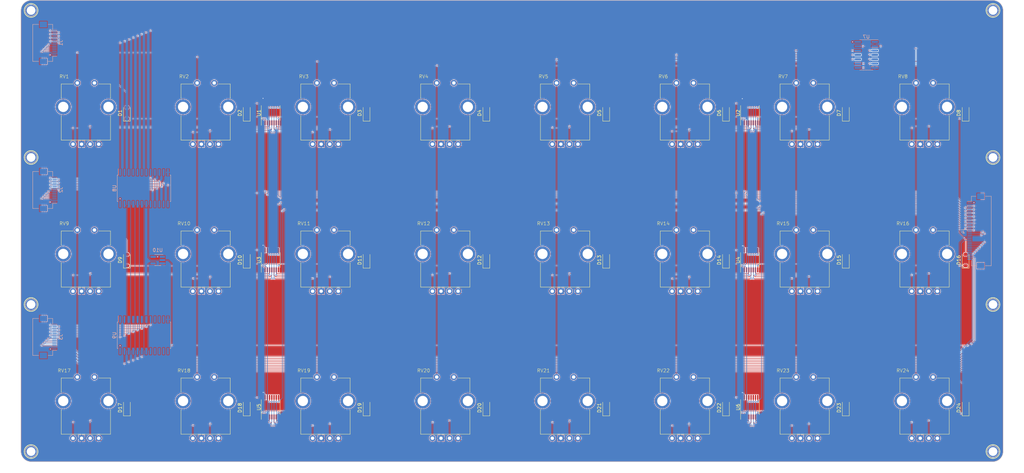
<source format=kicad_pcb>
(kicad_pcb (version 20221018) (generator pcbnew)
  (layers (0 "F.Cu" signal) (31 "B.Cu" signal) (34 "B.Paste" user) (35 "F.Paste" user) (36 "B.SilkS" user "B.Silkscreen") (37 "F.SilkS" user "F.Silkscreen") (38 "B.Mask" user) (39 "F.Mask" user) (44 "Edge.Cuts" user))
  (net 0 "")
  (net 1 "/POT_{5_1}")
  (net 2 "+3.3V")
  (net 3 "GND")
  (net 9 "/DC")
  (net 10 "/SCLK")
  (net 11 "/MOSI")
  (net 12 "/MISO")
  (net 13 "/ROW_1")
  (net 14 "/ROW_2")
  (net 16 "/KEY_SER")
  (net 17 "/KEY_CLK")
  (net 18 "/POT_{5_2}")
  (net 20 "/CS_0")
  (net 21 "/CS_1")
  (net 22 "/CS_2")
  (net 23 "/CS_3")
  (net 24 "/CS_4")
  (net 25 "/ROW_3")
  (net 26 "/POT_SEL_EN")
  (net 27 "/POT_SEL_1")
  (net 28 "/POT_SEL_0")
  (net 29 "/POT_{0_1}")
  (net 30 "/POT_{0_2}")
  (net 31 "/POT_{1_1}")
  (net 32 "Net-(D1-A)")
  (net 33 "Net-(D2-A)")
  (net 34 "Net-(D3-A)")
  (net 35 "Net-(D4-A)")
  (net 36 "Net-(D5-A)")
  (net 37 "Net-(D6-A)")
  (net 38 "Net-(D7-A)")
  (net 39 "Net-(D8-A)")
  (net 40 "Net-(D9-A)")
  (net 41 "Net-(D10-A)")
  (net 42 "Net-(D11-A)")
  (net 43 "Net-(D12-A)")
  (net 44 "Net-(D13-A)")
  (net 45 "Net-(D14-A)")
  (net 46 "Net-(D15-A)")
  (net 47 "Net-(D16-A)")
  (net 48 "/POT_{1_2}")
  (net 51 "/DSP_0_CS")
  (net 52 "/DSP_1_CS")
  (net 53 "/DSP_2_CS")
  (net 54 "/DSP_3_CS")
  (net 55 "/DSP_4_CS")
  (net 56 "/DSP_5_CS")
  (net 57 "/DSP_6_CS")
  (net 58 "/DSP_7_CS")
  (net 59 "/POT_{2_1}")
  (net 60 "/POT_{2_2}")
  (net 61 "/POT_{3_1}")
  (net 62 "/POT_{3_2}")
  (net 63 "/POT_{4_1}")
  (net 64 "/POT_{4_2}")
  (net 65 "/A_{0_1}")
  (net 66 "/DSP_8_CS")
  (net 67 "/DSP_9_CS")
  (net 68 "/DSP_10_CS")
  (net 69 "/DSP_11_CS")
  (net 70 "/DSP_12_CS")
  (net 71 "/DSP_13_CS")
  (net 72 "/DSP_14_CS")
  (net 73 "/DSP_15_CS")
  (net 74 "/A_{0_2}")
  (net 75 "Net-(D17-A)")
  (net 76 "/A_{1_1}")
  (net 77 "/A_{1_2}")
  (net 78 "/COL_0")
  (net 79 "/A_{9_1}")
  (net 80 "/A_{9_2}")
  (net 81 "/A_{2_1}")
  (net 82 "/A_{2_2}")
  (net 83 "/COL_1")
  (net 84 "/A_{10_1}")
  (net 85 "/A_{10_2}")
  (net 86 "/A_{3_1}")
  (net 87 "/A_{3_2}")
  (net 88 "/COL_2")
  (net 89 "/A_{11_1}")
  (net 90 "/A_{11_2}")
  (net 91 "/A_{4_1}")
  (net 92 "/A_{4_2}")
  (net 93 "/COL_3")
  (net 94 "/A_{12_1}")
  (net 95 "/A_{12_2}")
  (net 96 "/A_{5_1}")
  (net 97 "/A_{5_2}")
  (net 98 "/COL_4")
  (net 99 "/A_{13_1}")
  (net 100 "/A_{13_2}")
  (net 101 "/A_{6_1}")
  (net 102 "/A_{6_2}")
  (net 103 "/COL_5")
  (net 104 "/A_{14_1}")
  (net 105 "/A_{14_2}")
  (net 106 "/A_{7_1}")
  (net 107 "/A_{7_2}")
  (net 108 "/COL_6")
  (net 109 "/A_{15_1}")
  (net 110 "/A_{15_2}")
  (net 111 "/A_{8_1}")
  (net 112 "/A_{8_2}")
  (net 113 "/COL_7")
  (net 114 "Net-(D18-A)")
  (net 115 "Net-(D19-A)")
  (net 116 "/CS_EN")
  (net 117 "Net-(D20-A)")
  (net 118 "Net-(D21-A)")
  (net 119 "Net-(D22-A)")
  (net 120 "Net-(D23-A)")
  (net 121 "Net-(D24-A)")
  (net 122 "/DSP_16_CS")
  (net 123 "/DSP_17_CS")
  (net 124 "/DSP_18_CS")
  (net 125 "/DSP_19_CS")
  (net 128 "Net-(U9-~{E1})")
  (net 134 "/~{KEY_CLEAR}")
  (net 135 "/~{OLED_RST}")
  (net 136 "/DSP_20_CS")
  (net 137 "/DSP_21_CS")
  (net 138 "/DSP_22_CS")
  (net 139 "/DSP_23_CS")
  (net 140 "/A_{16_1}")
  (net 141 "/A_{16_2}")
  (net 142 "/A_{17_1}")
  (net 143 "/A_{17_2}")
  (net 144 "/A_{18_1}")
  (net 145 "/A_{18_2}")
  (net 146 "/A_{19_1}")
  (net 147 "/A_{19_2}")
  (net 148 "/A_{20_1}")
  (net 149 "/A_{20_2}")
  (net 150 "/A_{21_1}")
  (net 151 "/A_{21_2}")
  (net 152 "/A_{22_1}")
  (net 153 "/A_{22_2}")
  (net 154 "/A_{23_1}")
  (net 155 "/A_{23_2}")
  (footprint "MPP_Potentiometer_THT:RV142FPF-40B1" (layer "F.Cu") (at 358.178 126.764)
    (fp_text reference "RV8")
    (fp_text value "RV142FPF-40B1")
  )
  (footprint "MPP_MountingHole:MountingHole_M2.5" (layer "F.Cu") (at 378.178 227.554)
    (fp_text reference "H8" hide)
    (fp_text value "MountingHole_Pad_M2.5")
  )
  (footprint "MPP_Potentiometer_THT:RV142FPF-40B1" (layer "F.Cu") (at 358.178 169.764)
    (fp_text reference "RV16")
    (fp_text value "RV142FPF-40B1")
  )
  (footprint "Diode_SMD:D_SOD-123" (layer "F.Cu") (at 265.178 128.554 90)
    (fp_text reference "D5")
    (fp_text value "D_Small_Filled")
  )
  (footprint "Package_SO:TSSOP-16_4.4x5mm_P0.65mm" (layer "F.Cu") (at 167.178 128.554 90)
    (fp_text reference "U1")
    (fp_text value "TMUX1209_TSSOP")
  )
  (footprint "MPP_Potentiometer_THT:RV142FPF-40B1" (layer "F.Cu") (at 358.178 212.764)
    (fp_text reference "RV24")
    (fp_text value "RV142FPF-40B1")
  )
  (footprint "MPP_Potentiometer_THT:RV142FPF-40B1" (layer "F.Cu") (at 148.178 126.764)
    (fp_text reference "RV2")
    (fp_text value "RV142FPF-40B1")
  )
  (footprint "Diode_SMD:D_SOD-123" (layer "F.Cu") (at 370.178 128.554 90)
    (fp_text reference "D8")
    (fp_text value "D_Small_Filled")
  )
  (footprint "MPP_Potentiometer_THT:RV142FPF-40B1" (layer "F.Cu") (at 148.178 169.764)
    (fp_text reference "RV10")
    (fp_text value "RV142FPF-40B1")
  )
  (footprint "MPP_Potentiometer_THT:RV142FPF-40B1" (layer "F.Cu") (at 183.178 169.764)
    (fp_text reference "RV11")
    (fp_text value "RV142FPF-40B1")
  )
  (footprint "Diode_SMD:D_SOD-123" (layer "F.Cu") (at 160.178 128.554 90)
    (fp_text reference "D2")
    (fp_text value "D_Small_Filled")
  )
  (footprint "MPP_MountingHole:MountingHole_M2.5" (layer "F.Cu") (at 378.178 184.554)
    (fp_text reference "H6" hide)
    (fp_text value "MountingHole_Pad_M2.5")
  )
  (footprint "Diode_SMD:D_SOD-123" (layer "F.Cu") (at 300.178 214.764 90)
    (fp_text reference "D22")
    (fp_text value "D_Small_Filled")
  )
  (footprint "MPP_MountingHole:MountingHole_M2.5" (layer "F.Cu") (at 97.178 141.554)
    (fp_text reference "H3" hide)
    (fp_text value "MountingHole_Pad_M2.5")
  )
  (footprint "MPP_Potentiometer_THT:RV142FPF-40B1" (layer "F.Cu") (at 323.178 169.764)
    (fp_text reference "RV15")
    (fp_text value "RV142FPF-40B1")
  )
  (footprint "Diode_SMD:D_SOD-123" (layer "F.Cu") (at 125.178 214.764 90)
    (fp_text reference "D17")
    (fp_text value "D_Small_Filled")
  )
  (footprint "MPP_Potentiometer_THT:RV142FPF-40B1" (layer "F.Cu") (at 288.178 126.764)
    (fp_text reference "RV6")
    (fp_text value "RV142FPF-40B1")
  )
  (footprint "Diode_SMD:D_SOD-123" (layer "F.Cu") (at 370.178 214.764 90)
    (fp_text reference "D24")
    (fp_text value "D_Small_Filled")
  )
  (footprint "MPP_Potentiometer_THT:RV142FPF-40B1" (layer "F.Cu") (at 253.178 212.764)
    (fp_text reference "RV21")
    (fp_text value "RV142FPF-40B1")
  )
  (footprint "Package_SO:TSSOP-16_4.4x5mm_P0.65mm" (layer "F.Cu") (at 307.178 171.554 90)
    (fp_text reference "U4")
    (fp_text value "TMUX1209_TSSOP")
  )
  (footprint "Diode_SMD:D_SOD-123" (layer "F.Cu") (at 160.178 171.554 90)
    (fp_text reference "D10")
    (fp_text value "D_Small_Filled")
  )
  (footprint "Diode_SMD:D_SOD-123" (layer "F.Cu") (at 300.178 128.554 90)
    (fp_text reference "D6")
    (fp_text value "D_Small_Filled")
  )
  (footprint "MPP_Potentiometer_THT:RV142FPF-40B1" (layer "F.Cu") (at 323.178 212.764)
    (fp_text reference "RV23")
    (fp_text value "RV142FPF-40B1")
  )
  (footprint "MPP_Potentiometer_THT:RV142FPF-40B1" (layer "F.Cu") (at 253.178 169.764)
    (fp_text reference "RV13")
    (fp_text value "RV142FPF-40B1")
  )
  (footprint "Diode_SMD:D_SOD-123" (layer "F.Cu") (at 230.178 171.554 90)
    (fp_text reference "D12")
    (fp_text value "D_Small_Filled")
  )
  (footprint "Diode_SMD:D_SOD-123" (layer "F.Cu") (at 335.178 171.554 90)
    (fp_text reference "D15")
    (fp_text value "D_Small_Filled")
  )
  (footprint "MPP_Potentiometer_THT:RV142FPF-40B1" (layer "F.Cu") (at 183.178 126.764)
    (fp_text reference "RV3")
    (fp_text value "RV142FPF-40B1")
  )
  (footprint "MPP_Potentiometer_THT:RV142FPF-40B1" (layer "F.Cu") (at 113.178 126.764)
    (fp_text reference "RV1")
    (fp_text value "RV142FPF-40B1")
  )
  (footprint "Diode_SMD:D_SOD-123" (layer "F.Cu") (at 230.178 128.554 90)
    (fp_text reference "D4")
    (fp_text value "D_Small_Filled")
  )
  (footprint "Diode_SMD:D_SOD-123" (layer "F.Cu") (at 265.178 171.554 90)
    (fp_text reference "D13")
    (fp_text value "D_Small_Filled")
  )
  (footprint "MPP_Potentiometer_THT:RV142FPF-40B1" (layer "F.Cu") (at 113.178 169.764)
    (fp_text reference "RV9")
    (fp_text value "RV142FPF-40B1")
  )
  (footprint "MPP_Potentiometer_THT:RV142FPF-40B1" (layer "F.Cu") (at 288.178 169.764)
    (fp_text reference "RV14")
    (fp_text value "RV142FPF-40B1")
  )
  (footprint "Diode_SMD:D_SOD-123" (layer "F.Cu") (at 160.178 214.764 90)
    (fp_text reference "D18")
    (fp_text value "D_Small_Filled")
  )
  (footprint "MPP_Potentiometer_THT:RV142FPF-40B1" (layer "F.Cu") (at 323.178 126.764)
    (fp_text reference "RV7")
    (fp_text value "RV142FPF-40B1")
  )
  (footprint "MPP_MountingHole:MountingHole_M2.5" (layer "F.Cu") (at 97.178 98.554)
    (fp_text reference "H1" hide)
    (fp_text value "MountingHole_Pad_M2.5")
  )
  (footprint "Diode_SMD:D_SOD-123" (layer "F.Cu") (at 370.178 171.554 90)
    (fp_text reference "D16")
    (fp_text value "D_Small_Filled")
  )
  (footprint "MPP_MountingHole:MountingHole_M2.5" (layer "F.Cu") (at 97.178 227.554)
    (fp_text reference "H7" hide)
    (fp_text value "MountingHole_Pad_M2.5")
  )
  (footprint "MPP_MountingHole:MountingHole_M2.5" (layer "F.Cu") (at 378.178 98.554)
    (fp_text reference "H2" hide)
    (fp_text value "MountingHole_Pad_M2.5")
  )
  (footprint "MPP_Potentiometer_THT:RV142FPF-40B1" (layer "F.Cu") (at 218.178 212.764)
    (fp_text reference "RV20")
    (fp_text value "RV142FPF-40B1")
  )
  (footprint "Diode_SMD:D_SOD-123" (layer "F.Cu") (at 335.178 214.764 90)
    (fp_text reference "D23")
    (fp_text value "D_Small_Filled")
  )
  (footprint "MPP_Potentiometer_THT:RV142FPF-40B1" (layer "F.Cu") (at 218.178 126.764)
    (fp_text reference "RV4")
    (fp_text value "RV142FPF-40B1")
  )
  (footprint "MPP_Potentiometer_THT:RV142FPF-40B1" (layer "F.Cu") (at 113.178 212.764)
    (fp_text reference "RV17")
    (fp_text value "RV142FPF-40B1")
  )
  (footprint "MPP_Potentiometer_THT:RV142FPF-40B1" (layer "F.Cu") (at 148.178 212.764)
    (fp_text reference "RV18")
    (fp_text value "RV142FPF-40B1")
  )
  (footprint "MPP_MountingHole:MountingHole_M2.5" (layer "F.Cu") (at 97.178 184.554)
    (fp_text reference "H5" hide)
    (fp_text value "MountingHole_Pad_M2.5")
  )
  (footprint "Package_SO:TSSOP-16_4.4x5mm_P0.65mm" (layer "F.Cu") (at 167.178 214.554 90)
    (fp_text reference "U5")
    (fp_text value "TMUX1209_TSSOP")
  )
  (footprint "Diode_SMD:D_SOD-123" (layer "F.Cu") (at 195.178 128.554 90)
    (fp_text reference "D3")
    (fp_text value "D_Small_Filled")
  )
  (footprint "Diode_SMD:D_SOD-123" (layer "F.Cu") (at 300.178 171.554 90)
    (fp_text reference "D14")
    (fp_text value "D_Small_Filled")
  )
  (footprint "Diode_SMD:D_SOD-123" (layer "F.Cu") (at 265.178 214.764 90)
    (fp_text reference "D21")
    (fp_text value "D_Small_Filled")
  )
  (footprint "Diode_SMD:D_SOD-123" (layer "F.Cu") (at 230.178 214.764 90)
    (fp_text reference "D20")
    (fp_text value "D_Small_Filled")
  )
  (footprint "Package_SO:TSSOP-16_4.4x5mm_P0.65mm" (layer "F.Cu") (at 307.178 128.554 90)
    (fp_text reference "U2")
    (fp_text value "TMUX1209_TSSOP")
  )
  (footprint "Diode_SMD:D_SOD-123" (layer "F.Cu") (at 125.178 171.554 90)
    (fp_text reference "D9")
    (fp_text value "D_Small_Filled")
  )
  (footprint "MPP_Potentiometer_THT:RV142FPF-40B1" (layer "F.Cu") (at 183.178 212.764)
    (fp_text reference "RV19")
    (fp_text value "RV142FPF-40B1")
  )
  (footprint "Package_SO:TSSOP-16_4.4x5mm_P0.65mm" (layer "F.Cu") (at 307.178 214.554 90)
    (fp_text reference "U6")
    (fp_text value "TMUX1209_TSSOP")
  )
  (footprint "Diode_SMD:D_SOD-123" (layer "F.Cu") (at 195.178 171.554 90)
    (fp_text reference "D11")
    (fp_text value "D_Small_Filled")
  )
  (footprint "Diode_SMD:D_SOD-123" (layer "F.Cu") (at 125.178 128.554 90)
    (fp_text reference "D1")
    (fp_text value "D_Small_Filled")
  )
  (footprint "MPP_Potentiometer_THT:RV142FPF-40B1" (layer "F.Cu") (at 253.178 126.764)
    (fp_text reference "RV5")
    (fp_text value "RV142FPF-40B1")
  )
  (footprint "MPP_Potentiometer_THT:RV142FPF-40B1" (layer "F.Cu") (at 218.178 169.764)
    (fp_text reference "RV12")
    (fp_text value "RV142FPF-40B1")
  )
  (footprint "Diode_SMD:D_SOD-123" (layer "F.Cu") (at 335.178 128.554 90)
    (fp_text reference "D7")
    (fp_text value "D_Small_Filled")
  )
  (footprint "MPP_Potentiometer_THT:RV142FPF-40B1" (layer "F.Cu") (at 288.178 212.764)
    (fp_text reference "RV22")
    (fp_text value "RV142FPF-40B1")
  )
  (footprint "MPP_MountingHole:MountingHole_M2.5" (layer "F.Cu") (at 378.178 141.554)
    (fp_text reference "H4" hide)
    (fp_text value "MountingHole_Pad_M2.5")
  )
  (footprint "Package_SO:TSSOP-16_4.4x5mm_P0.65mm" (layer "F.Cu") (at 167.178 171.554 90)
    (fp_text reference "U3")
    (fp_text value "TMUX1209_TSSOP")
  )
  (footprint "Diode_SMD:D_SOD-123" (layer "F.Cu") (at 195.178 214.764 90)
    (fp_text reference "D19")
    (fp_text value "D_Small_Filled")
  )
  (footprint "Package_SO:SOIC-24W_7.5x15.4mm_P1.27mm" (layer "B.Cu") (at 130.178 193.554 -90)
    (fp_text reference "U9")
    (fp_text value "CD74HC154_SOIC")
  )
  (footprint "Package_TO_SOT_SMD:SOT-23-5_HandSoldering" (layer "B.Cu") (at 134.178 171.554 180)
    (fp_text reference "U10")
    (fp_text value "74LVC1G04")
  )
  (footprint "Connector_FFC-FPC:Hirose_FH12-15S-0.5SH_1x15-1MP_P0.50mm_Horizontal" (layer "B.Cu") (at 102.178 151.054 90)
    (fp_text reference "J2")
    (fp_text value "Conn_01x15_Socket")
  )
  (footprint "Connector_FFC-FPC:Hirose_FH12-34S-0.5SH_1x34-1MP_P0.50mm_Horizontal" (layer "B.Cu") (at 373.178 163.054 -90)
    (fp_text reference "J4")
    (fp_text value "Conn_01x34_Socket")
  )
  (footprint "Connector_FFC-FPC:Hirose_FH12-15S-0.5SH_1x15-1MP_P0.50mm_Horizontal" (layer "B.Cu") (at 102.178 194.054 90)
    (fp_text reference "J3")
    (fp_text value "Conn_01x15_Socket")
  )
  (footprint "Package_SO:SO-14_3.9x8.65mm_P1.27mm" (layer "B.Cu") (at 341.178 111.554 180)
    (fp_text reference "U7")
    (fp_text value "74HC164")
  )
  (footprint "Connector_FFC-FPC:Hirose_FH12-15S-0.5SH_1x15-1MP_P0.50mm_Horizontal" (layer "B.Cu") (at 102.178 108.054 90)
    (fp_text reference "J1")
    (fp_text value "Conn_01x15_Socket")
  )
  (footprint "Package_SO:SOIC-24W_7.5x15.4mm_P1.27mm" (layer "B.Cu") (at 130.178 150.554 -90)
    (fp_text reference "U8")
    (fp_text value "CD74HC154_SOIC")
  )
  (gr_line (start 378.178 230.554) (end 97.178 230.554) (stroke (width 0.1)) (layer "Edge.Cuts"))
  (gr_arc (start 381.178 227.554) (mid 380.29932 229.67532) (end 378.178 230.554) (stroke (width 0.1)) (layer "Edge.Cuts"))
  (gr_arc (start 97.178 230.554) (mid 95.05668 229.67532) (end 94.178 227.554) (stroke (width 0.1)) (layer "Edge.Cuts"))
  (gr_arc (start 94.178 98.554) (mid 95.05668 96.43268) (end 97.178 95.554) (stroke (width 0.1)) (layer "Edge.Cuts"))
  (gr_line (start 381.178 98.554) (end 381.178 227.554) (stroke (width 0.1)) (layer "Edge.Cuts"))
  (gr_line (start 94.178 227.554) (end 94.178 98.554) (stroke (width 0.1)) (layer "Edge.Cuts"))
  (gr_line (start 97.178 95.554) (end 378.178 95.554) (stroke (width 0.1)) (layer "Edge.Cuts"))
  (gr_arc (start 378.178 95.554) (mid 380.29932 96.43268) (end 381.178 98.554) (stroke (width 0.1)) (layer "Edge.Cuts"))
  (segment (start 368.119052 162.308) (end 363.547052 157.736) (width 0.1524) (layer "F.Cu") (net 1))
  (segment (start 309.453 216.1742) (end 309.4712 216.156) (width 0.1524) (layer "F.Cu") (net 1))
  (segment (start 311.1227 157.736) (end 311.0968 157.7101) (width 0.1524) (layer "F.Cu") (net 1))
  (segment (start 370.1264 162.308) (end 368.119052 162.308) (width 0.1524) (layer "F.Cu") (net 1))
  (segment (start 363.547052 157.736) (end 311.1227 157.736) (width 0.1524) (layer "F.Cu") (net 1))
  (segment (start 309.453 217.4165) (end 309.453 216.1742) (width 0.1524) (layer "F.Cu") (net 1))
  (via (at 311.0968 157.7101) (size 0.508) (drill 0.254) (layers "F.Cu" "B.Cu") (net 1))
  (via (at 309.4712 216.156) (size 0.508) (drill 0.254) (layers "F.Cu" "B.Cu") (net 1))
  (via (at 370.1264 162.308) (size 0.508) (drill 0.254) (layers "F.Cu" "B.Cu") (net 1))
  (segment (start 370.1304 162.304) (end 370.1264 162.308) (width 0.1524) (layer "B.Cu") (net 1))
  (segment (start 311.0968 215.3432) (end 310.284 216.156) (width 0.1524) (layer "B.Cu") (net 1))
  (segment (start 311.0968 157.7101) (end 311.0968 215.3432) (width 0.1524) (layer "B.Cu") (net 1))
  (segment (start 371.328 162.304) (end 370.1304 162.304) (width 0.1524) (layer "B.Cu") (net 1))
  (segment (start 310.284 216.156) (end 309.4712 216.156) (width 0.1524) (layer "B.Cu") (net 1))
  (via (at 372.6156 154.7388) (size 0.508) (drill 0.254) (layers "F.Cu" "B.Cu") (net 2))
  (via (at 102.8168 111.5588) (size 0.508) (drill 0.254) (layers "F.Cu" "B.Cu") (net 2))
  (via (at 102.8168 197.5632) (size 0.508) (drill 0.254) (layers "F.Cu" "B.Cu") (net 2))
  (via (at 123.1876 196.598) (size 0.508) (drill 0.254) (layers "F.Cu" "B.Cu") (net 2))
  (via (at 134.1604 170.5884) (size 0.508) (drill 0.254) (layers "F.Cu" "B.Cu") (net 2))
  (via (at 123.1876 153.6212) (size 0.508) (drill 0.254) (layers "F.Cu" "B.Cu") (net 2))
  (via (at 337.1572 107.7488) (size 0.508) (drill 0.254) (layers "F.Cu" "B.Cu") (net 2))
  (via (at 102.8168 154.5864) (size 0.508) (drill 0.254) (layers "F.Cu" "B.Cu") (net 2))
  (segment (start 123.193 155.204) (end 123.193 153.6266) (width 0.1524) (layer "B.Cu") (net 2))
  (segment (start 132.828 170.604) (end 134.1448 170.604) (width 0.1524) (layer "B.Cu") (net 2))
  (segment (start 372.5504 154.804) (end 371.328 154.804) (width 0.1524) (layer "B.Cu") (net 2))
  (segment (start 338.703 107.744) (end 337.162 107.744) (width 0.1524) (layer "B.Cu") (net 2))
  (segment (start 134.1448 170.604) (end 134.1604 170.5884) (width 0.1524) (layer "B.Cu") (net 2))
  (segment (start 102.8492 154.554) (end 102.8168 154.5864) (width 0.1524) (layer "B.Cu") (net 2))
  (segment (start 337.162 107.744) (end 337.1572 107.7488) (width 0.1524) (layer "B.Cu") (net 2))
  (segment (start 104.028 197.554) (end 102.826 197.554) (width 0.1524) (layer "B.Cu") (net 2))
  (segment (start 372.6156 154.7388) (end 372.5504 154.804) (width 0.1524) (layer "B.Cu") (net 2))
  (segment (start 102.826 197.554) (end 102.8168 197.5632) (width 0.1524) (layer "B.Cu") (net 2))
  (segment (start 123.193 153.6266) (end 123.1876 153.6212) (width 0.1524) (layer "B.Cu") (net 2))
  (segment (start 123.193 196.6034) (end 123.1876 196.598) (width 0.1524) (layer "B.Cu") (net 2))
  (segment (start 104.028 111.554) (end 102.8216 111.554) (width 0.1524) (layer "B.Cu") (net 2))
  (segment (start 123.193 198.204) (end 123.193 196.6034) (width 0.1524) (layer "B.Cu") (net 2))
  (segment (start 104.028 154.554) (end 102.8492 154.554) (width 0.1524) (layer "B.Cu") (net 2))
  (segment (start 102.8216 111.554) (end 102.8168 111.5588) (width 0.1524) (layer "B.Cu") (net 2))
  (segment (start 165.553 168.6915) (end 165.553 167.8434) (width 0.1524) (layer "F.Cu") (net 3))
  (segment (start 165.553 124.8666) (end 164.9452 124.2588) (width 0.1524) (layer "F.Cu") (net 3))
  (segment (start 305.553 125.6915) (end 305.553 124.9634) (width 0.1524) (layer "F.Cu") (net 3))
  (segment (start 305.553 124.9634) (end 304.95 124.3604) (width 0.1524) (layer "F.Cu") (net 3))
  (segment (start 165.553 211.6915) (end 165.553 210.8202) (width 0.1524) (layer "F.Cu") (net 3))
  (segment (start 305.553 168.6915) (end 305.553 167.9402) (width 0.1524) (layer "F.Cu") (net 3))
  (segment (start 305.553 211.6915) (end 305.553 210.917) (width 0.1524) (layer "F.Cu") (net 3))
  (segment (start 165.553 210.8202) (end 164.996 210.2632) (width 0.1524) (layer "F.Cu") (net 3))
  (segment (start 165.553 125.6915) (end 165.553 124.8666) (width 0.1524) (layer "F.Cu") (net 3))
  (segment (start 305.553 167.9402) (end 305.0008 167.388) (width 0.1524) (layer "F.Cu") (net 3))
  (segment (start 165.553 167.8434) (end 164.9452 167.2356) (width 0.1524) (layer "F.Cu") (net 3))
  (segment (start 305.553 210.917) (end 304.95 210.314) (width 0.1524) (layer "F.Cu") (net 3))
  (via (at 164.9452 167.2356) (size 0.508) (drill 0.254) (layers "F.Cu" "B.Cu") (net 3))
  (via (at 164.996 210.2632) (size 0.508) (drill 0.254) (layers "F.Cu" "B.Cu") (net 3))
  (via (at 304.95 210.314) (size 0.508) (drill 0.254) (layers "F.Cu" "B.Cu") (net 3))
  (via (at 305.0008 167.388) (size 0.508) (drill 0.254) (layers "F.Cu" "B.Cu") (net 3))
  (via (at 164.9452 124.2588) (size 0.508) (drill 0.254) (layers "F.Cu" "B.Cu") (net 3))
  (via (at 304.95 124.3604) (size 0.508) (drill 0.254) (layers "F.Cu" "B.Cu") (net 3))
  (segment (start 374.292 167.845812) (end 374.2671 167.820912) (width 0.1524) (layer "F.Cu") (net 9))
  (segment (start 101.8257 195.074) (end 106.6268 195.074) (width 0.1524) (layer "F.Cu") (net 9))
  (segment (start 106.6268 195.074) (end 114.3484 202.7956) (width 0.1524) (layer "F.Cu") (net 9))
  (segment (start 368.5008 202.7956) (end 374.292 197.0044) (width 0.1524) (layer "F.Cu") (net 9))
  (segment (start 101.811207 109.079507) (end 101.8013 109.0696) (width 0.1524) (layer "F.Cu") (net 9))
  (segment (start 114.3484 202.7956) (end 368.5008 202.7956) (width 0.1524) (layer "F.Cu") (net 9))
  (segment (start 101.8008 195.0491) (end 101.811207 195.038693) (width 0.1524) (layer "F.Cu") (net 9))
  (segment (start 374.292 197.0044) (end 374.292 167.845812) (width 0.1524) (layer "F.Cu") (net 9))
  (segment (start 101.8008 195.0491) (end 101.8257 195.074) (width 0.1524) (layer "F.Cu") (net 9))
  (segment (start 101.811207 195.038693) (end 101.811207 109.079507) (width 0.1524) (layer "F.Cu") (net 9))
  (via (at 101.8008 195.0491) (size 0.508) (drill 0.254) (layers "F.Cu" "B.Cu") (net 9))
  (via (at 374.2671 167.820912) (size 0.508) (drill 0.254) (layers "F.Cu" "B.Cu") (net 9))
  (via (at 101.8013 109.0696) (size 0.508) (drill 0.254) (layers "F.Cu" "B.Cu") (net 9))
  (via (at 101.8013 152.0719) (size 0.508) (drill 0.254) (layers "F.Cu" "B.Cu") (net 9))
  (segment (start 101.8008 195.0491) (end 101.8257 195.074) (width 0.1524) (layer "B.Cu") (net 9))
  (segment (start 101.8257 195.074) (end 104.008 195.074) (width 0.1524) (layer "B.Cu") (net 9))
  (segment (start 374.250188 167.804) (end 371.328 167.804) (width 0.1524) (layer "B.Cu") (net 9))
  (segment (start 101.8013 109.0696) (end 104.0124 109.0696) (width 0.1524) (layer "B.Cu") (net 9))
  (segment (start 104.008 195.074) (end 104.028 195.054) (width 0.1524) (layer "B.Cu") (net 9))
  (segment (start 101.8013 152.0719) (end 104.0101 152.0719) (width 0.1524) (layer "B.Cu") (net 9))
  (segment (start 104.0101 152.0719) (end 104.028 152.054) (width 0.1524) (layer "B.Cu") (net 9))
  (segment (start 104.0124 109.0696) (end 104.028 109.054) (width 0.1524) (layer "B.Cu") (net 9))
  (segment (start 374.2671 167.820912) (end 374.250188 167.804) (width 0.1524) (layer "B.Cu") (net 9))
  (segment (start 369.0596 204.1672) (end 375.7144 197.5124) (width 0.1524) (layer "F.Cu") (net 10))
  (segment (start 100.3022 196.5218) (end 100.3276 196.5472) (width 0.1524) (layer "F.Cu") (net 10))
  (segment (start 105.6616 196.5472) (end 113.2816 204.1672) (width 0.1524) (layer "F.Cu") (net 10))
  (segment (start 113.2816 204.1672) (end 369.0596 204.1672) (width 0.1524) (layer "F.Cu") (net 10))
  (segment (start 375.7144 197.5124) (end 375.7144 166.3212) (width 0.1524) (layer "F.Cu") (net 10))
  (segment (start 100.3022 196.5218) (end 100.3022 110.5936) (width 0.1524) (layer "F.Cu") (net 10))
  (segment (start 100.3276 196.5472) (end 105.6616 196.5472) (width 0.1524) (layer "F.Cu") (net 10))
  (via (at 100.3022 110.5936) (size 0.508) (drill 0.254) (layers "F.Cu" "B.Cu") (net 10))
  (via (at 100.3022 196.5218) (size 0.508) (drill 0.254) (layers "F.Cu" "B.Cu") (net 10))
  (via (at 100.3022 153.5704) (size 0.508) (drill 0.254) (layers "F.Cu" "B.Cu") (net 10))
  (via (at 375.7144 166.3212) (size 0.508) (drill 0.254) (layers "F.Cu" "B.Cu") (net 10))
  (segment (start 100.3022 196.5218) (end 100.3344 196.554) (width 0.1524) (layer "B.Cu") (net 10))
  (segment (start 375.7144 166.3212) (end 375.6972 166.304) (width 0.1524) (layer "B.Cu") (net 10))
  (segment (start 100.3418 110.554) (end 104.028 110.554) (width 0.1524) (layer "B.Cu") (net 10))
  (segment (start 100.3186 153.554) (end 104.028 153.554) (width 0.1524) (layer "B.Cu") (net 10))
  (segment (start 375.6972 166.304) (end 371.328 166.304) (width 0.1524) (layer "B.Cu") (net 10))
  (segment (start 100.3344 196.554) (end 104.028 196.554) (width 0.1524) (layer "B.Cu") (net 10))
  (segment (start 100.3022 153.5704) (end 100.3186 153.554) (width 0.1524) (layer "B.Cu") (net 10))
  (segment (start 100.3022 110.5936) (end 100.3418 110.554) (width 0.1524) (layer "B.Cu") (net 10))
  (segment (start 368.8818 203.71) (end 375.2064 197.3854) (width 0.1524) (layer "F.Cu") (net 11))
  (segment (start 105.9923 196.0651) (end 113.6372 203.71) (width 0.1524) (layer "F.Cu") (net 11))
  (segment (start 100.7848 196.0651) (end 100.7848 110.0719) (width 0.1524) (layer "F.Cu") (net 11))
  (segment (start 375.2064 197.3854) (end 375.2064 166.800883) (width 0.1524) (layer "F.Cu") (net 11))
  (segment (start 113.6372 203.71) (end 368.8818 203.71) (width 0.1524) (layer "F.Cu") (net 11))
  (segment (start 375.2064 166.800883) (end 375.221183 166.7861) (width 0.1524) (layer "F.Cu") (net 11))
  (segment (start 100.7848 196.0651) (end 105.9923 196.0651) (width 0.1524) (layer "F.Cu") (net 11))
  (via (at 100.7848 153.0624) (size 0.508) (drill 0.254) (layers "F.Cu" "B.Cu") (net 11))
  (via (at 100.7848 110.0719) (size 0.508) (drill 0.254) (layers "F.Cu" "B.Cu") (net 11))
  (via (at 100.7848 196.0651) (size 0.508) (drill 0.254) (layers "F.Cu" "B.Cu") (net 11))
  (via (at 375.221183 166.7861) (size 0.508) (drill 0.254) (layers "F.Cu" "B.Cu") (net 11))
  (segment (start 375.203283 166.804) (end 371.328 166.804) (width 0.1524) (layer "B.Cu") (net 11))
  (segment (start 375.221183 166.7861) (end 375.203283 166.804) (width 0.1524) (layer "B.Cu") (net 11))
  (segment (start 100.7848 196.0651) (end 104.0169 196.0651) (width 0.1524) (layer "B.Cu") (net 11))
  (segment (start 104.0169 196.0651) (end 104.028 196.054) (width 0.1524) (layer "B.Cu") (net 11))
  (segment (start 100.7848 110.0719) (end 104.0101 110.0719) (width 0.1524) (layer "B.Cu") (net 11))
  (segment (start 104.0196 153.0624) (end 104.028 153.054) (width 0.1524) (layer "B.Cu") (net 11))
  (segment (start 100.7848 153.0624) (end 104.0196 153.0624) (width 0.1524) (layer "B.Cu") (net 11))
  (segment (start 104.0101 110.0719) (end 104.028 110.054) (width 0.1524) (layer "B.Cu") (net 11))
  (segment (start 374.7492 167.311) (end 374.7243 167.2861) (width 0.1524) (layer "F.Cu") (net 12))
  (segment (start 101.2928 195.583) (end 101.3446 195.5312) (width 0.1524) (layer "F.Cu") (net 12))
  (segment (start 374.7492 197.2076) (end 374.7492 167.311) (width 0.1524) (layer "F.Cu") (net 12))
  (segment (start 114.0944 203.2528) (end 368.704 203.2528) (width 0.1524) (layer "F.Cu") (net 12))
  (segment (start 101.2928 195.583) (end 101.2928 109.5776) (width 0.1524) (layer "F.Cu") (net 12))
  (segment (start 106.3728 195.5312) (end 114.0944 203.2528) (width 0.1524) (layer "F.Cu") (net 12))
  (segment (start 368.704 203.2528) (end 374.7492 197.2076) (width 0.1524) (layer "F.Cu") (net 12))
  (segment (start 101.3446 195.5312) (end 106.3728 195.5312) (width 0.1524) (layer "F.Cu") (net 12))
  (via (at 101.2928 195.583) (size 0.508) (drill 0.254) (layers "F.Cu" "B.Cu") (net 12))
  (via (at 374.7243 167.2861) (size 0.508) (drill 0.254) (layers "F.Cu" "B.Cu") (net 12))
  (via (at 101.2928 152.5544) (size 0.508) (drill 0.254) (layers "F.Cu" "B.Cu") (net 12))
  (via (at 101.2928 109.5776) (size 0.508) (drill 0.254) (layers "F.Cu" "B.Cu") (net 12))
  (segment (start 101.3218 195.554) (end 104.028 195.554) (width 0.1524) (layer "B.Cu") (net 12))
  (segment (start 101.3164 109.554) (end 104.028 109.554) (width 0.1524) (layer "B.Cu") (net 12))
  (segment (start 101.2928 152.5544) (end 101.2932 152.554) (width 0.1524) (layer "B.Cu") (net 12))
  (segment (start 374.7064 167.304) (end 371.328 167.304) (width 0.1524) (layer "B.Cu") (net 12))
  (segment (start 101.2932 152.554) (end 104.028 152.554) (width 0.1524) (layer "B.Cu") (net 12))
  (segment (start 374.7243 167.2861) (end 374.7064 167.304) (width 0.1524) (layer "B.Cu") (net 12))
  (segment (start 101.2928 109.5776) (end 101.3164 109.554) (width 0.1524) (layer "B.Cu") (net 12))
  (segment (start 101.2928 195.583) (end 101.3218 195.554) (width 0.1524) (layer "B.Cu") (net 12))
  (segment (start 265.2272 130.2532) (end 300.1288 130.2532) (width 0.1524) (layer "F.Cu") (net 13))
  (segment (start 230.178 130.204) (end 230.1796 130.2024) (width 0.1524) (layer "F.Cu") (net 13))
  (segment (start 368.3992 130.2024) (end 335.1796 130.2024) (width 0.1524) (layer "F.Cu") (net 13))
  (segment (start 194.643 129.669) (end 195.178 130.204) (width 0.1524) (layer "F.Cu") (net 13))
  (segment (start 195.178 130.204) (end 195.1796 130.2024) (width 0.1524) (layer "F.Cu") (net 13))
  (segment (start 300.178 130.204) (end 300.713 129.669) (width 0.1524) (layer "F.Cu") (net 13))
  (segment (start 195.1796 130.2024) (end 230.1764 130.2024) (width 0.1524) (layer "F.Cu") (net 13))
  (segment (start 300.713 129.669) (end 334.643 129.669) (width 0.1524) (layer "F.Cu") (net 13))
  (segment (start 300.1288 130.2532) (end 300.178 130.204) (width 0.1524) (layer "F.Cu") (net 13))
  (segment (start 125.178 130.204) (end 125.1796 130.2024) (width 0.1524) (layer "F.Cu") (net 13))
  (segment (start 160.1764 130.2024) (end 160.178 130.204) (width 0.1524) (layer "F.Cu") (net 13))
  (segment (start 230.1796 130.2024) (end 265.1764 130.2024) (width 0.1524) (layer "F.Cu") (net 13))
  (segment (start 125.1796 130.2024) (end 160.1764 130.2024) (width 0.1524) (layer "F.Cu") (net 13))
  (segment (start 265.1764 130.2024) (end 265.178 130.204) (width 0.1524) (layer "F.Cu") (net 13))
  (segment (start 370.1764 130.2024) (end 370.178 130.204) (width 0.1524) (layer "F.Cu") (net 13))
  (segment (start 334.643 129.669) (end 335.178 130.204) (width 0.1524) (layer "F.Cu") (net 13))
  (segment (start 368.3992 130.2024) (end 370.1764 130.2024) (width 0.1524) (layer "F.Cu") (net 13))
  (segment (start 265.178 130.204) (end 265.2272 130.2532) (width 0.1524) (layer "F.Cu") (net 13))
  (segment (start 160.713 129.669) (end 194.643 129.669) (width 0.1524) (layer "F.Cu") (net 13))
  (segment (start 230.1764 130.2024) (end 230.178 130.204) (width 0.1524) (layer "F.Cu") (net 13))
  (segment (start 160.178 130.204) (end 160.713 129.669) (width 0.1524) (layer "F.Cu") (net 13))
  (segment (start 335.1796 130.2024) (end 335.178 130.204) (width 0.1524) (layer "F.Cu") (net 13))
  (via (at 368.3992 130.2024) (size 0.508) (drill 0.254) (layers "F.Cu" "B.Cu") (net 13))
  (segment (start 368.3992 163.578) (end 369.6252 164.804) (width 0.1524) (layer "B.Cu") (net 13))
  (segment (start 369.6252 164.804) (end 371.328 164.804) (width 0.1524) (layer "B.Cu") (net 13))
  (segment (start 368.3992 130.2024) (end 368.3992 163.578) (width 0.1524) (layer "B.Cu") (net 13))
  (segment (start 335.178 173.204) (end 334.6706 172.6966) (width 0.1524) (layer "F.Cu") (net 14))
  (segment (start 195.2028 173.1792) (end 195.178 173.204) (width 0.1524) (layer "F.Cu") (net 14))
  (segment (start 230.1532 173.1792) (end 195.2028 173.1792) (width 0.1524) (layer "F.Cu") (net 14))
  (segment (start 160.6854 172.6966) (end 160.178 173.204) (width 0.1524) (layer "F.Cu") (net 14))
  (segment (start 370.1024 173.1284) (end 335.2536 173.1284) (width 0.1524) (layer "F.Cu") (net 14))
  (segment (start 334.6706 172.6966) (end 300.6854 172.6966) (width 0.1524) (layer "F.Cu") (net 14))
  (segment (start 160.152 173.23) (end 125.204 173.23) (width 0.1524) (layer "F.Cu") (net 14))
  (segment (start 230.2028 173.1792) (end 230.178 173.204) (width 0.1524) (layer "F.Cu") (net 14))
  (segment (start 300.1024 173.1284) (end 265.2536 173.1284) (width 0.1524) (layer "F.Cu") (net 14))
  (segment (start 194.6706 172.6966) (end 160.6854 172.6966) (width 0.1524) (layer "F.Cu") (net 14))
  (segment (start 300.6854 172.6966) (end 300.178 173.204) (width 0.1524) (layer "F.Cu") (net 14))
  (segment (start 335.2536 173.1284) (end 335.178 173.204) (width 0.1524) (layer "F.Cu") (net 14))
  (segment (start 300.178 173.204) (end 300.1024 173.1284) (width 0.1524) (layer "F.Cu") (net 14))
  (segment (start 160.178 173.204) (end 160.152 173.23) (width 0.1524) (layer "F.Cu") (net 14))
  (segment (start 230.178 173.204) (end 230.1532 173.1792) (width 0.1524) (layer "F.Cu") (net 14))
  (segment (start 125.204 173.23) (end 125.178 173.204) (width 0.1524) (layer "F.Cu") (net 14))
  (segment (start 265.178 173.204) (end 265.1532 173.1792) (width 0.1524) (layer "F.Cu") (net 14))
  (segment (start 195.178 173.204) (end 194.6706 172.6966) (width 0.1524) (layer "F.Cu") (net 14))
  (segment (start 265.2536 173.1284) (end 265.178 173.204) (width 0.1524) (layer "F.Cu") (net 14))
  (segment (start 265.1532 173.1792) (end 230.2028 173.1792) (width 0.1524) (layer "F.Cu") (net 14))
  (segment (start 370.178 173.204) (end 370.1024 173.1284) (width 0.1524) (layer "F.Cu") (net 14))
  (via (at 368.4251 173.1284) (size 0.508) (drill 0.254) (layers "F.Cu" "B.Cu") (net 14))
  (segment (start 371.328 165.304) (end 369.6196 165.304) (width 0.1524) (layer "B.Cu") (net 14))
  (segment (start 368.4251 166.4985) (end 368.4251 173.1284) (width 0.1524) (layer "B.Cu") (net 14))
  (segment (start 369.6196 165.304) (end 368.4251 166.4985) (width 0.1524) (layer "B.Cu") (net 14))
  (segment (start 371.9044 108.968) (end 345.3868 108.968) (width 0.1524) (layer "F.Cu") (net 16))
  (segment (start 375.7144 112.778) (end 371.9044 108.968) (width 0.1524) (layer "F.Cu") (net 16))
  (segment (start 375.7144 163.832) (end 375.7144 112.778) (width 0.1524) (layer "F.Cu") (net 16))
  (via (at 375.7144 163.832) (size 0.508) (drill 0.254) (layers "F.Cu" "B.Cu") (net 16))
  (via (at 345.3868 108.968) (size 0.508) (drill 0.254) (layers "F.Cu" "B.Cu") (net 16))
  (segment (start 343.699 108.968) (end 343.653 109.014) (width 0.1524) (layer "B.Cu") (net 16))
  (segment (start 371.328 163.804) (end 375.6864 163.804) (width 0.1524) (layer "B.Cu") (net 16))
  (segment (start 343.653 107.744) (end 343.653 109.014) (width 0.1524) (layer "B.Cu") (net 16))
  (segment (start 375.6864 163.804) (end 375.7144 163.832) (width 0.1524) (layer "B.Cu") (net 16))
  (segment (start 345.3868 108.968) (end 343.699 108.968) (width 0.1524) (layer "B.Cu") (net 16))
  (segment (start 341.9832 115.318) (end 340.3068 115.318) (width 0.1524) (layer "F.Cu") (net 17))
  (segment (start 374.7492 164.2861) (end 374.7497 164.2856) (width 0.1524) (layer "F.Cu") (net 17))
  (segment (start 374.7497 117.9601) (end 371.5488 114.7592) (width 0.1524) (layer "F.Cu") (net 17))
  (segment (start 371.5488 114.7592) (end 342.542 114.7592) (width 0.1524) (layer "F.Cu") (net 17))
  (segment (start 374.7497 164.2856) (end 374.7497 117.9601) (width 0.1524) (layer "F.Cu") (net 17))
  (segment (start 342.542 114.7592) (end 341.9832 115.318) (width 0.1524) (layer "F.Cu") (net 17))
  (via (at 340.3068 115.318) (size 0.508) (drill 0.254) (layers "F.Cu" "B.Cu") (net 17))
  (via (at 374.7492 164.2861) (size 0.508) (drill 0.254) (layers "F.Cu" "B.Cu") (net 17))
  (segment (start 340.3068 115.318) (end 338.749 115.318) (width 0.1524) (layer "B.Cu") (net 17))
  (segment (start 338.749 115.318) (end 338.703 115.364) (width 0.1524) (layer "B.Cu") (net 17))
  (segment (start 374.7492 164.2861) (end 374.7313 164.304) (width 0.1524) (layer "B.Cu") (net 17))
  (segment (start 374.7313 164.304) (end 371.328 164.304) (width 0.1524) (layer "B.Cu") (net 17))
  (segment (start 367.9928 162.816) (end 363.4208 158.244) (width 0.1524) (layer "F.Cu") (net 18))
  (segment (start 309.453 212.9374) (end 309.4712 212.9556) (width 0.1524) (layer "F.Cu") (net 18))
  (segment (start 309.453 211.6915) (end 309.453 212.9374) (width 0.1524) (layer "F.Cu") (net 18))
  (segment (start 310.6645 158.244) (end 310.5629 158.1424) (width 0.1524) (layer "F.Cu") (net 18))
  (segment (start 372.5648 162.816) (end 367.9928 162.816) (width 0.1524) (layer "F.Cu") (net 18))
  (segment (start 363.4208 158.244) (end 310.6645 158.244) (width 0.1524) (layer "F.Cu") (net 18))
  (via (at 310.5629 158.1424) (size 0.508) (drill 0.254) (layers "F.Cu" "B.Cu") (net 18))
  (via (at 372.5648 162.816) (size 0.508) (drill 0.254) (layers "F.Cu" "B.Cu") (net 18))
  (via (at 309.4712 212.9556) (size 0.508) (drill 0.254) (layers "F.Cu" "B.Cu") (net 18))
  (segment (start 310.5629 211.8639) (end 309.4712 212.9556) (width 0.1524) (layer "B.Cu") (net 18))
  (segment (start 372.5528 162.804) (end 372.5648 162.816) (width 0.1524) (layer "B.Cu") (net 18))
  (segment (start 310.5629 158.1424) (end 310.5629 211.8639) (width 0.1524) (layer "B.Cu") (net 18))
  (segment (start 371.328 162.804) (end 372.5528 162.804) (width 0.1524) (layer "B.Cu") (net 18))
  (segment (start 124.463 201.8304) (end 368.196 201.8304) (width 0.1524) (layer "F.Cu") (net 20))
  (segment (start 368.196 201.8304) (end 373.3268 196.6996) (width 0.1524) (layer "F.Cu") (net 20))
  (segment (start 373.3268 196.6996) (end 373.3268 168.8104) (width 0.1524) (layer "F.Cu") (net 20))
  (via (at 124.463 201.8304) (size 0.508) (drill 0.254) (layers "F.Cu" "B.Cu") (net 20))
  (via (at 373.3268 168.8104) (size 0.508) (drill 0.254) (layers "F.Cu" "B.Cu") (net 20))
  (segment (start 371.328 168.804) (end 373.3204 168.804) (width 0.1524) (layer "B.Cu") (net 20))
  (segment (start 125.2044 155.9454) (end 124.463 155.204) (width 0.1524) (layer "B.Cu") (net 20))
  (segment (start 125.2044 197.4626) (end 125.2044 155.9454) (width 0.1524) (layer "B.Cu") (net 20))
  (segment (start 124.463 198.204) (end 125.2044 197.4626) (width 0.1524) (layer "B.Cu") (net 20))
  (segment (start 373.3204 168.804) (end 373.3268 168.8104) (width 0.1524) (layer "B.Cu") (net 20))
  (segment (start 124.463 201.8304) (end 124.463 198.204) (width 0.1524) (layer "B.Cu") (net 20))
  (segment (start 125.7276 201.3224) (end 368.0436 201.3224) (width 0.1524) (layer "F.Cu") (net 21))
  (segment (start 368.0436 201.3224) (end 372.8447 196.5213) (width 0.1524) (layer "F.Cu") (net 21))
  (segment (start 372.8447 196.5213) (end 372.8447 169.2861) (width 0.1524) (layer "F.Cu") (net 21))
  (via (at 125.7276 201.3224) (size 0.508) (drill 0.254) (layers "F.Cu" "B.Cu") (net 21))
  (via (at 372.8447 169.2861) (size 0.508) (drill 0.254) (layers "F.Cu" "B.Cu") (net 21))
  (segment (start 372.8268 169.304) (end 372.8447 169.2861) (width 0.1524) (layer "B.Cu") (net 21))
  (segment (start 125.733 198.204) (end 126.2616 197.6754) (width 0.1524) (layer "B.Cu") (net 21))
  (segment (start 371.328 169.304) (end 372.8268 169.304) (width 0.1524) (layer "B.Cu") (net 21))
  (segment (start 126.2616 197.6754) (end 126.2616 155.7326) (width 0.1524) (layer "B.Cu") (net 21))
  (segment (start 125.733 201.317) (end 125.7276 201.3224) (width 0.1524) (layer "B.Cu") (net 21))
  (segment (start 125.733 198.204) (end 125.733 201.317) (width 0.1524) (layer "B.Cu") (net 21))
  (segment (start 126.2616 155.7326) (end 125.733 155.204) (width 0.1524) (layer "B.Cu") (net 21))
  (segment (start 126.9976 200.8144) (end 367.8912 200.8144) (width 0.1524) (layer "F.Cu") (net 22))
  (segment (start 367.8912 200.8144) (end 372.3626 196.343) (width 0.1524) (layer "F.Cu") (net 22))
  (segment (start 372.3626 196.343) (end 372.3626 169.8264) (width 0.1524) (layer "F.Cu") (net 22))
  (via (at 372.3626 169.8264) (size 0.508) (drill 0.254) (layers "F.Cu" "B.Cu") (net 22))
  (via (at 126.9976 200.8144) (size 0.508) (drill 0.254) (layers "F.Cu" "B.Cu") (net 22))
  (segment (start 372.3402 169.804) (end 372.3626 169.8264) (width 0.1524) (layer "B.Cu") (net 22))
  (segment (start 127.5316 197.6754) (end 127.5316 155.7326) (width 0.1524) (layer "B.Cu") (net 22))
  (segment (start 127.003 198.204) (end 127.003 200.809) (width 0.1524) (layer "B.Cu") (net 22))
  (segment (start 127.5316 155.7326) (end 127.003 155.204) (width 0.1524) (layer "B.Cu") (net 22))
  (segment (start 127.003 198.204) (end 127.5316 197.6754) (width 0.1524) (layer "B.Cu") (net 22))
  (segment (start 127.003 200.809) (end 126.9976 200.8144) (width 0.1524) (layer "B.Cu") (net 22))
  (segment (start 371.328 169.804) (end 372.3402 169.804) (width 0.1524) (layer "B.Cu") (net 22))
  (segment (start 371.244 196.7504) (end 371.8805 196.1139) (width 0.1524) (layer "F.Cu") (net 23))
  (segment (start 371.8805 196.1139) (end 371.8805 196.0392) (width 0.1524) (layer "F.Cu") (net 23))
  (segment (start 131.9252 200.3064) (end 367.688 200.3064) (width 0.1524) (layer "F.Cu") (net 23))
  (segment (start 367.688 200.3064) (end 371.244 196.7504) (width 0.1524) (layer "F.Cu") (net 23))
  (segment (start 128.273 200.3064) (end 131.9252 200.3064) (width 0.1524) (layer "F.Cu") (net 23))
  (via (at 128.273 200.3064) (size 0.508) (drill 0.254) (layers "F.Cu" "B.Cu") (net 23))
  (via (at 371.8805 196.0392) (size 0.508) (drill 0.254) (layers "F.Cu" "B.Cu") (net 23))
  (segment (start 128.8016 155.7326) (end 128.273 155.204) (width 0.1524) (layer "B.Cu") (net 23))
  (segment (start 128.273 198.204) (end 128.8016 197.6754) (width 0.1524) (layer "B.Cu") (net 23))
  (segment (start 372.9204 194.9993) (end 371.8805 196.0392) (width 0.1524) (layer "B.Cu") (net 23))
  (segment (start 371.328 170.304) (end 372.1304 170.304) (width 0.1524) (layer "B.Cu") (net 23))
  (segment (start 128.273 200.3064) (end 128.273 198.204) (width 0.1524) (layer "B.Cu") (net 23))
  (segment (start 372.9204 171.094) (end 372.9204 194.9993) (width 0.1524) (layer "B.Cu") (net 23))
  (segment (start 372.1304 170.304) (end 372.9204 171.094) (width 0.1524) (layer "B.Cu") (net 23))
  (segment (start 128.8016 197.6754) (end 128.8016 155.7326) (width 0.1524) (layer "B.Cu") (net 23))
  (segment (start 370.764006 196.519194) (end 370.736 196.5472) (width 0.1524) (layer "F.Cu") (net 24))
  (segment (start 370.784694 196.519194) (end 370.764006 196.519194) (width 0.1524) (layer "F.Cu") (net 24))
  (segment (start 138.326 196.4964) (end 370.7619 196.4964) (width 0.1524) (layer "F.Cu") (net 24))
  (segment (start 370.7619 196.4964) (end 370.784694 196.519194) (width 0.1524) (layer "F.Cu") (net 24))
  (segment (start 138.2752 196.4456) (end 138.326 196.4964) (width 0.1524) (layer "F.Cu") (net 24))
  (via (at 370.784694 196.519194) (size 0.508) (drill 0.254) (layers "F.Cu" "B.Cu") (net 24))
  (via (at 138.2752 196.4456) (size 0.508) (drill 0.254) (layers "F.Cu" "B.Cu") (net 24))
  (segment (start 370.784694 196.452506) (end 372.4632 194.774) (width 0.1524) (layer "B.Cu") (net 24))
  (segment (start 131.4172 170.7554) (end 131.4172 155.8082) (width 0.1524) (layer "B.Cu") (net 24))
  (segment (start 138.2752 196.4456) (end 138.2752 172.5696) (width 0.1524) (layer "B.Cu") (net 24))
  (segment (start 372.4632 171.182) (end 372.0852 170.804) (width 0.1524) (layer "B.Cu") (net 24))
  (segment (start 131.4172 155.8082) (end 130.813 155.204) (width 0.1524) (layer "B.Cu") (net 24))
  (segment (start 372.0852 170.804) (end 371.328 170.804) (width 0.1524) (layer "B.Cu") (net 24))
  (segment (start 370.784694 196.519194) (end 370.784694 196.452506) (width 0.1524) (layer "B.Cu") (net 24))
  (segment (start 135.528 171.554) (end 132.2158 171.554) (width 0.1524) (layer "B.Cu") (net 24))
  (segment (start 138.2752 172.5696) (end 137.2596 171.554) (width 0.1524) (layer "B.Cu") (net 24))
  (segment (start 372.4632 194.774) (end 372.4632 171.182) (width 0.1524) (layer "B.Cu") (net 24))
  (segment (start 137.2596 171.554) (end 135.528 171.554) (width 0.1524) (layer "B.Cu") (net 24))
  (segment (start 132.2158 171.554) (end 131.4172 170.7554) (width 0.1524) (layer "B.Cu") (net 24))
  (segment (start 194.412 215.648) (end 160.944 215.648) (width 0.1524) (layer "F.Cu") (net 25))
  (segment (start 195.178 216.414) (end 194.412 215.648) (width 0.1524) (layer "F.Cu") (net 25))
  (segment (start 230.1312 216.4608) (end 195.2248 216.4608) (width 0.1524) (layer "F.Cu") (net 25))
  (segment (start 300.178 216.414) (end 300.9186 215.6734) (width 0.1524) (layer "F.Cu") (net 25))
  (segment (start 160.944 215.648) (end 160.178 216.414) (width 0.1524) (layer "F.Cu") (net 25))
  (segment (start 265.1312 216.4608) (end 230.2248 216.4608) (width 0.1524) (layer "F.Cu") (net 25))
  (segment (start 300.1312 216.4608) (end 265.2248 216.4608) (width 0.1524) (layer "F.Cu") (net 25))
  (segment (start 230.178 216.414) (end 230.1312 216.4608) (width 0.1524) (layer "F.Cu") (net 25))
  (segment (start 370.174 216.41) (end 370.178 216.414) (width 0.1524) (layer "F.Cu") (net 25))
  (segment (start 265.2248 216.4608) (end 265.178 216.414) (width 0.1524) (layer "F.Cu") (net 25))
  (segment (start 334.4374 215.6734) (end 335.178 216.414) (width 0.1524) (layer "F.Cu") (net 25))
  (segment (start 300.178 216.414) (end 300.1312 216.4608) (width 0.1524) (layer "F.Cu") (net 25))
  (segment (start 160.178 216.414) (end 125.178 216.414) (width 0.1524) (layer "F.Cu") (net 25))
  (segment (start 230.2248 216.4608) (end 230.178 216.414) (width 0.1524) (layer "F.Cu") (net 25))
  (segment (start 195.2248 216.4608) (end 195.178 216.414) (width 0.1524) (layer "F.Cu") (net 25))
  (segment (start 368.9072 216.41) (end 370.174 216.41) (width 0.1524) (layer "F.Cu") (net 25))
  (segment (start 300.9186 215.6734) (end 334.4374 215.6734) (width 0.1524) (layer "F.Cu") (net 25))
  (segment (start 265.178 216.414) (end 265.1312 216.4608) (width 0.1524) (layer "F.Cu") (net 25))
  (segment (start 368.9072 216.41) (end 335.182 216.41) (width 0.1524) (layer "F.Cu") (net 25))
  (segment (start 335.182 216.41) (end 335.178 216.414) (width 0.1524) (layer "F.Cu") (net 25))
  (via (at 368.9072 216.41) (size 0.508) (drill 0.254) (layers "F.Cu" "B.Cu") (net 25))
  (segment (start 368.9072 216.41) (end 368.9072 166.6768) (width 0.1524) (layer "B.Cu") (net 25))
  (segment (start 368.9072 166.6768) (end 369.78 165.804) (width 0.1524) (layer "B.Cu") (net 25))
  (segment (start 369.78 165.804) (end 371.328 165.804) (width 0.1524) (layer "B.Cu") (net 25))
  (segment (start 305.553 216.1626) (end 305.5596 216.156) (width 0.1524) (layer "F.Cu") (net 26))
  (segment (start 305.553 131.4165) (end 305.553 130.1582) (width 0.1524) (layer "F.Cu") (net 26))
  (segment (start 306.1941 152.4528) (end 166.2152 152.4528) (width 0.1524) (layer "F.Cu") (net 26))
  (segment (start 165.553 130.1534) (end 165.5548 130.1516) (width 0.1524) (layer "F.Cu") (net 26))
  (segment (start 165.553 131.4165) (end 165.553 130.1534) (width 0.1524) (layer "F.Cu") (net 26))
  (segment (start 165.553 217.4165) (end 165.553 216.1578) (width 0.1524) (layer "F.Cu") (net 26))
  (segment (start 369.8978 156.7962) (end 365.5285 152.4269) (width 0.1524) (layer "F.Cu") (net 26))
  (segment (start 372.5902 156.7962) (end 369.8978 156.7962) (width 0.1524) (layer "F.Cu") (net 26))
  (segment (start 165.553 174.4165) (end 165.553 173.181) (width 0.1524) (layer "F.Cu") (net 26))
  (segment (start 306.22 152.4269) (end 306.1941 152.4528) (width 0.1524) (layer "F.Cu") (net 26))
  (segment (start 165.553 173.181) (end 165.5548 173.1792) (width 0.1524) (layer "F.Cu") (net 26))
  (segment (start 365.5285 152.4269) (end 306.22 152.4269) (width 0.1524) (layer "F.Cu") (net 26))
  (segment (start 305.553 174.4165) (end 305.553 173.1858) (width 0.1524) (layer "F.Cu") (net 26))
  (segment (start 305.553 130.1582) (end 305.5596 130.1516) (width 0.1524) (layer "F.Cu") (net 26))
  (segment (start 305.553 173.1858) (end 305.5596 173.1792) (width 0.1524) (layer "F.Cu") (net 26))
  (segment (start 372.6156 156.7708) (end 372.5902 156.7962) (width 0.1524) (layer "F.Cu") (net 26))
  (segment (start 305.553 217.4165) (end 305.553 216.1626) (width 0.1524) (layer "F.Cu") (net 26))
  (segment (start 165.553 216.1578) (end 165.5548 216.156) (width 0.1524) (layer "F.Cu") (net 26))
  (via (at 372.6156 156.7708) (size 0.508) (drill 0.254) (layers "F.Cu" "B.Cu") (net 26))
  (via (at 165.5548 130.1516) (size 0.508) (drill 0.254) (layers "F.Cu" "B.Cu") (net 26))
  (via (at 166.2152 152.4528) (size 0.508) (drill 0.254) (layers "F.Cu" "B.Cu") (net 26))
  (via (at 306.22 152.4269) (size 0.508) (drill 0.254) (layers "F.Cu" "B.Cu") (net 26))
  (via (at 305.5596 173.1792) (size 0.508) (drill 0.254) (layers "F.Cu" "B.Cu") (net 26))
  (via (at 165.5548 216.156) (size 0.508) (drill 0.254) (layers "F.Cu" "B.Cu") (net 26))
  (via (at 165.5548 173.1792) (size 0.508) (drill 0.254) (layers "F.Cu" "B.Cu") (net 26))
  (via (at 305.5596 216.156) (size 0.508) (drill 0.254) (layers "F.Cu" "B.Cu") (net 26))
  (via (at 305.5596 130.1516) (size 0.508) (drill 0.254) (layers "F.Cu" "B.Cu") (net 26))
  (segment (start 165.5548 130.1516) (end 166.2152 130.812) (width 0.1524) (layer "B.Cu") (net 26))
  (segment (start 306.22 172.5188) (end 305.5596 173.1792) (width 0.1524) (layer "B.Cu") (net 26))
  (segment (start 306.22 215.4956) (end 305.5596 216.156) (width 0.1524) (layer "B.Cu") (net 26))
  (segment (start 166.2152 215.4956) (end 165.5548 216.156) (width 0.1524) (layer "B.Cu") (net 26))
  (segment (start 306.22 173.8396) (end 306.22 215.4956) (width 0.1524) (layer "B.Cu") (net 26))
  (segment (start 372.5824 156.804) (end 371.328 156.804) (width 0.1524) (layer "B.Cu") (net 26))
  (segment (start 306.22 130.812) (end 305.5596 130.1516) (width 0.1524) (layer "B.Cu") (net 26))
  (segment (start 165.5548 173.1792) (end 166.2152 173.8396) (width 0.1524) (layer "B.Cu") (net 26))
  (segment (start 372.6156 156.7708) (end 372.5824 156.804) (width 0.1524) (layer "B.Cu") (net 26))
  (segment (start 305.5596 173.1792) (end 306.22 173.8396) (width 0.1524) (layer "B.Cu") (net 26))
  (segment (start 306.22 152.4269) (end 306.22 130.812) (width 0.1524) (layer "B.Cu") (net 26))
  (segment (start 166.2152 152.4528) (end 166.2152 172.5188) (width 0.1524) (layer "B.Cu") (net 26))
  (segment (start 306.22 152.4269) (end 306.22 172.5188) (width 0.1524) (layer "B.Cu") (net 26))
  (segment (start 166.2152 172.5188) (end 165.5548 173.1792) (width 0.1524) (layer "B.Cu") (net 26))
  (segment (start 166.2152 130.812) (end 166.2152 152.4528) (width 0.1524) (layer "B.Cu") (net 26))
  (segment (start 166.2152 173.8396) (end 166.2152 215.4956) (width 0.1524) (layer "B.Cu") (net 26))
  (segment (start 163.2077 125.6915) (end 164.903 125.6915) (width 0.1524) (layer "F.Cu") (net 27))
  (segment (start 303.172 211.6856) (end 304.8971 211.6856) (width 0.1524) (layer "F.Cu") (net 27))
  (segment (start 163.2121 211.6915) (end 163.1672 211.7364) (width 0.1524) (layer "F.Cu") (net 27))
  (segment (start 163.1672 125.732) (end 163.2077 125.6915) (width 0.1524) (layer "F.Cu") (net 27))
  (segment (start 164.8187 168.6072) (end 164.903 168.6915) (width 0.1524) (layer "F.Cu") (net 27))
  (segment (start 164.903 211.6915) (end 163.2121 211.6915) (width 0.1524) (layer "F.Cu") (net 27))
  (segment (start 163.1672 168.6072) (end 164.8187 168.6072) (width 0.1524) (layer "F.Cu") (net 27))
  (segment (start 303.2055 168.6915) (end 303.172 168.658) (width 0.1524) (layer "F.Cu") (net 27))
  (segment (start 365.7576 151.9448) (end 303.172 151.9448) (width 0.1524) (layer "F.Cu") (net 27))
  (segment (start 304.8625 125.732) (end 304.903 125.6915) (width 0.1524) (layer "F.Cu") (net 27))
  (segment (start 303.172 151.9448) (end 163.1672 151.9448) (width 0.1524) (layer "F.Cu") (net 27))
  (segment (start 304.8971 211.6856) (end 304.903 211.6915) (width 0.1524) (layer "F.Cu") (net 27))
  (segment (start 370.0756 156.2628) (end 365.7576 151.9448) (width 0.1524) (layer "F.Cu") (net 27))
  (segment (start 304.903 168.6915) (end 303.2055 168.6915) (width 0.1524) (layer "F.Cu") (net 27))
  (segment (start 303.172 125.732) (end 304.8625 125.732) (width 0.1524) (layer "F.Cu") (net 27))
  (via (at 163.1672 151.9448) (size 0.508) (drill 0.254) (layers "F.Cu" "B.Cu") (net 27))
  (via (at 303.172 151.9448) (size 0.508) (drill 0.254) (layers "F.Cu" "B.Cu") (net 27))
  (via (at 163.1672 168.6072) (size 0.508) (drill 0.254) (layers "F.Cu" "B.Cu") (net 27))
  (via (at 303.172 125.732) (size 0.508) (drill 0.254) (layers "F.Cu" "B.Cu") (net 27))
  (via (at 303.172 211.6856) (size 0.508) (drill 0.254) (layers "F.Cu" "B.Cu") (net 27))
  (via (at 303.172 168.658) (size 0.508) (drill 0.254) (layers "F.Cu" "B.Cu") (net 27))
  (via (at 370.0756 156.2628) (size 0.508) (drill 0.254) (layers "F.Cu" "B.Cu") (net 27))
  (via (at 163.1672 211.7364) (size 0.508) (drill 0.254) (layers "F.Cu" "B.Cu") (net 27))
  (via (at 163.1672 125.732) (size 0.508) (drill 0.254) (layers "F.Cu" "B.Cu") (net 27))
  (segment (start 370.1168 156.304) (end 371.328 156.304) (width 0.1524) (layer "B.Cu") (net 27))
  (segment (start 303.172 168.658) (end 303.172 151.9448) (width 0.1524) (layer "B.Cu") (net 27))
  (segment (start 303.172 168.658) (end 303.172 211.6856) (width 0.1524) (layer "B.Cu") (net 27))
  (segment (start 303.172 151.9448) (end 303.172 125.732) (width 0.1524) (layer "B.Cu") (net 27))
  (segment (start 163.1672 211.7364) (end 163.1672 168.6072) (width 0.1524) (layer "B.Cu") (net 27))
  (segment (start 370.0756 156.2628) (end 370.1168 156.304) (width 0.1524) (layer "B.Cu") (net 27))
  (segment (start 163.1672 168.6072) (end 163.1672 151.9448) (width 0.1524) (layer "B.Cu") (net 27))
  (segment (start 163.1672 151.9448) (end 163.1672 125.732) (width 0.1524) (layer "B.Cu") (net 27))
  (segment (start 372.6156 155.7548) (end 372.5648 155.8056) (width 0.1524) (layer "F.Cu") (net 28))
  (segment (start 304.903 217.4165) (end 304.903 216.1598) (width 0.1524) (layer "F.Cu") (net 28))
  (segment (start 164.903 174.4165) (end 164.903 173.1878) (width 0.1524) (layer "F.Cu") (net 28))
  (segment (start 370.3804 155.8056) (end 366.0116 151.4368) (width 0.1524) (layer "F.Cu") (net 28))
  (segment (start 164.903 131.4165) (end 164.903 130.1602) (width 0.1524) (layer "F.Cu") (net 28))
  (segment (start 304.903 131.4165) (end 304.903 130.1554) (width 0.1524) (layer "F.Cu") (net 28))
  (segment (start 304.903 216.1598) (end 304.8992 216.156) (width 0.1524) (layer "F.Cu") (net 28))
  (segment (start 366.0116 151.4368) (end 305.5596 151.4368) (width 0.1524) (layer "F.Cu") (net 28))
  (segment (start 304.903 174.4165) (end 304.903 173.183) (width 0.1524) (layer "F.Cu") (net 28))
  (segment (start 164.903 130.1602) (end 164.8944 130.1516) (width 0.1524) (layer "F.Cu") (net 28))
  (segment (start 304.903 173.183) (end 304.8992 173.1792) (width 0.1524) (layer "F.Cu") (net 28))
  (segment (start 164.903 217.4165) (end 164.903 216.1646) (width 0.1524) (layer "F.Cu") (net 28))
  (segment (start 305.5596 151.4368) (end 165.5548 151.4368) (width 0.1524) (layer "F.Cu") (net 28))
  (segment (start 372.5648 155.8056) (end 370.3804 155.8056) (width 0.1524) (layer "F.Cu") (net 28))
  (segment (start 164.903 216.1646) (end 164.8944 216.156) (width 0.1524) (layer "F.Cu") (net 28))
  (segment (start 164.903 173.1878) (end 164.8944 173.1792) (width 0.1524) (layer "F.Cu") (net 28))
  (segment (start 304.903 130.1554) (end 304.8992 130.1516) (width 0.1524) (layer "F.Cu") (net 28))
  (via (at 304.8992 130.1516) (size 0.508) (drill 0.254) (layers "F.Cu" "B.Cu") (net 28))
  (via (at 304.8992 216.156) (size 0.508) (drill 0.254) (layers "F.Cu" "B.Cu") (net 28))
  (via (at 164.8944 173.1792) (size 0.508) (drill 0.254) (layers "F.Cu" "B.Cu") (net 28))
  (via (at 305.5596 151.4368) (size 0.508) (drill 0.254) (layers "F.Cu" "B.Cu") (net 28))
  (via (at 372.6156 155.7548) (size 0.508) (drill 0.254) (layers "F.Cu" "B.Cu") (net 28))
  (via (at 165.5548 151.4368) (size 0.508) (drill 0.254) (layers "F.Cu" "B.Cu") (net 28))
  (via (at 164.8944 216.156) (size 0.508) (drill 0.254) (layers "F.Cu" "B.Cu") (net 28))
  (via (at 164.8944 130.1516) (size 0.508) (drill 0.254) (layers "F.Cu" "B.Cu") (net 28))
  (via (at 304.8992 173.1792) (size 0.508) (drill 0.254) (layers "F.Cu" "B.Cu") (net 28))
  (segment (start 165.5548 172.468) (end 164.8944 173.1284) (width 0.1524) (layer "B.Cu") (net 28))
  (segment (start 164.8944 173.2808) (end 165.5548 173.9412) (width 0.1524) (layer "B.Cu") (net 28))
  (segment (start 304.8992 130.1516) (end 304.8992 130.1737) (width 0.1524) (layer "B.Cu") (net 28))
  (segment (start 165.5548 151.4368) (end 165.5548 172.468) (width 0.1524) (layer "B.Cu") (net 28))
  (segment (start 164.8944 130.1516) (end 164.8944 130.2024) (width 0.1524) (layer "B.Cu") (net 28))
  (segment (start 305.5596 173.8617) (end 305.5596 215.4735) (width 0.1524) (layer "B.Cu") (net 28))
  (segment (start 304.8992 173.1571) (end 304.8992 173.1792) (width 0.1524) (layer "B.Cu") (net 28))
  (segment (start 165.5548 215.4448) (end 164.8944 216.1052) (width 0.1524) (layer "B.Cu") (net 28))
  (segment (start 372.6156 155.7548) (end 372.5664 155.804) (width 0.1524) (layer "B.Cu") (net 28))
  (segment (start 305.5596 172.4967) (end 304.8992 173.1571) (width 0.1524) (layer "B.Cu") (net 28))
  (segment (start 164.8944 130.2024) (end 165.5548 130.8628) (width 0.1524) (layer "B.Cu") (net 28))
  (segment (start 305.5596 215.4735) (end 304.8992 216.1339) (width 0.1524) (layer "B.Cu") (net 28))
  (segment (start 165.5548 173.9412) (end 165.5548 215.4448) (width 0.1524) (layer "B.Cu") (net 28))
  (segment (start 164.8944 216.1052) (end 164.8944 216.156) (width 0.1524) (layer "B.Cu") (net 28))
  (segment (start 164.8944 173.1284) (end 164.8944 173.1792) (width 0.1524) (layer "B.Cu") (net 28))
  (segment (start 164.8944 173.1792) (end 164.8944 173.2808) (width 0.1524) (layer "B.Cu") (net 28))
  (segment (start 304.8992 173.2013) (end 305.5596 173.8617) (width 0.1524) (layer "B.Cu") (net 28))
  (segment (start 372.5664 155.804) (end 371.328 155.804) (width 0.1524) (layer "B.Cu") (net 28))
  (segment (start 304.8992 130.1737) (end 305.5596 130.8341) (width 0.1524) (layer "B.Cu") (net 28))
  (segment (start 305.5596 130.8341) (end 305.5596 151.4368) (width 0.1524) (layer "B.Cu") (net 28))
  (segment (start 305.5596 151.4368) (end 305.5596 172.4967) (width 0.1524) (layer "B.Cu") (net 28))
  (segment (start 304.8992 216.1339) (end 304.8992 216.156) (width 0.1524) (layer "B.Cu") (net 28))
  (segment (start 165.5548 130.8628) (end 165.5548 151.4368) (width 0.1524) (layer "B.Cu") (net 28))
  (segment (start 304.8992 173.1792) (end 304.8992 173.2013) (width 0.1524) (layer "B.Cu") (net 28))
  (segment (start 169.4664 152.9349) (end 169.4918 152.9095) (width 0.1524) (layer "F.Cu") (net 29))
  (segment (start 169.4918 152.9095) (end 365.2999 152.9095) (width 0.1524) (layer "F.Cu") (net 29))
  (segment (start 369.6692 157.2788) (end 370.1264 157.2788) (width 0.1524) (layer "F.Cu") (net 29))
  (segment (start 169.453 131.4165) (end 169.453 130.165) (width 0.1524) (layer "F.Cu") (net 29))
  (segment (start 169.453 130.165) (end 169.4664 130.1516) (width 0.1524) (layer "F.Cu") (net 29))
  (segment (start 365.2999 152.9095) (end 369.6692 157.2788) (width 0.1524) (layer "F.Cu") (net 29))
  (via (at 169.4664 152.9349) (size 0.508) (drill 0.254) (layers "F.Cu" "B.Cu") (net 29))
  (via (at 169.4664 130.1516) (size 0.508) (drill 0.254) (layers "F.Cu" "B.Cu") (net 29))
  (via (at 370.1264 157.2788) (size 0.508) (drill 0.254) (layers "F.Cu" "B.Cu") (net 29))
  (segment (start 169.4664 152.9349) (end 169.4664 130.1516) (width 0.1524) (layer "B.Cu") (net 29))
  (segment (start 370.1516 157.304) (end 370.1264 157.2788) (width 0.1524) (layer "B.Cu") (net 29))
  (segment (start 371.328 157.304) (end 370.1516 157.304) (width 0.1524) (layer "B.Cu") (net 29))
  (segment (start 170.0252 153.3916) (end 170.0496 153.3672) (width 0.1524) (layer "F.Cu") (net 30))
  (segment (start 365.0464 153.3672) (end 369.466 157.7868) (width 0.1524) (layer "F.Cu") (net 30))
  (segment (start 169.453 126.9378) (end 169.4664 126.9512) (width 0.1524) (layer "F.Cu") (net 30))
  (segment (start 170.0496 153.3672) (end 365.0464 153.3672) (width 0.1524) (layer "F.Cu") (net 30))
  (segment (start 169.453 125.6915) (end 169.453 126.9378) (width 0.1524) (layer "F.Cu") (net 30))
  (segment (start 369.466 157.7868) (end 372.5648 157.7868) (width 0.1524) (layer "F.Cu") (net 30))
  (via (at 170.0252 153.3916) (size 0.508) (drill 0.254) (layers "F.Cu" "B.Cu") (net 30))
  (via (at 372.5648 157.7868) (size 0.508) (drill 0.254) (layers "F.Cu" "B.Cu") (net 30))
  (via (at 169.4664 126.9512) (size 0.508) (drill 0.254) (layers "F.Cu" "B.Cu") (net 30))
  (segment (start 170.0252 127.51) (end 169.4664 126.9512) (width 0.1524) (layer "B.Cu") (net 30))
  (segment (start 170.0252 153.3916) (end 170.0252 127.51) (width 0.1524) (layer "B.Cu") (net 30))
  (segment (start 371.328 157.804) (end 372.5476 157.804) (width 0.1524) (layer "B.Cu") (net 30))
  (segment (start 372.5476 157.804) (end 372.5648 157.7868) (width 0.1524) (layer "B.Cu") (net 30))
  (segment (start 364.7924 153.7736) (end 369.3136 158.2948) (width 0.1524) (layer "F.Cu") (net 31))
  (segment (start 309.4961 153.7736) (end 309.4204 153.8493) (width 0.1524) (layer "F.Cu") (net 31))
  (segment (start 360.752793 153.7736) (end 364.7924 153.7736) (width 0.1524) (layer "F.Cu") (net 31))
  (segment (start 360.752793 153.7736) (end 309.4961 153.7736) (width 0.1524) (layer "F.Cu") (net 31))
  (segment (start 369.3136 158.2948) (end 370.1264 158.2948) (width 0.1524) (layer "F.Cu") (net 31))
  (segment (start 309.453 130.1698) (end 309.4712 130.1516) (width 0.1524) (layer "F.Cu") (net 31))
  (segment (start 309.453 131.4165) (end 309.453 130.1698) (width 0.1524) (layer "F.Cu") (net 31))
  (via (at 370.1264 158.2948) (size 0.508) (drill 0.254) (layers "F.Cu" "B.Cu") (net 31))
  (via (at 309.4204 153.8493) (size 0.508) (drill 0.254) (layers "F.Cu" "B.Cu") (net 31))
  (via (at 309.4712 130.1516) (size 0.508) (drill 0.254) (layers "F.Cu" "B.Cu") (net 31))
  (segment (start 371.328 158.304) (end 370.1356 158.304) (width 0.1524) (layer "B.Cu") (net 31))
  (segment (start 309.4204 153.8493) (end 309.4204 130.2024) (width 0.1524) (layer "B.Cu") (net 31))
  (segment (start 309.4204 130.2024) (end 309.4712 130.1516) (width 0.1524) (layer "B.Cu") (net 31))
  (segment (start 370.1356 158.304) (end 370.1264 158.2948) (width 0.1524) (layer "B.Cu") (net 31))
  (segment (start 122.2488 119.764) (end 125.178 122.6932) (width 0.1524) (layer "F.Cu") (net 32))
  (segment (start 115.678 119.764) (end 122.2488 119.764) (width 0.1524) (layer "F.Cu") (net 32))
  (segment (start 125.178 122.6932) (end 125.178 126.904) (width 0.1524) (layer "F.Cu") (net 32))
  (segment (start 157.3516 119.764) (end 160.1192 122.5316) (width 0.1524) (layer "F.Cu") (net 33))
  (segment (start 150.678 119.764) (end 157.3516 119.764) (width 0.1524) (layer "F.Cu") (net 33))
  (segment (start 160.1192 122.5316) (end 160.1192 126.8452) (width 0.1524) (layer "F.Cu") (net 33))
  (segment (start 160.1192 126.8452) (end 160.178 126.904) (width 0.1524) (layer "F.Cu") (net 33))
  (segment (start 185.678 119.764) (end 192.302 119.764) (width 0.1524) (layer "F.Cu") (net 34))
  (segment (start 195.178 122.64) (end 195.178 126.904) (width 0.1524) (layer "F.Cu") (net 34))
  (segment (start 192.302 119.764) (end 195.178 122.64) (width 0.1524) (layer "F.Cu") (net 34))
  (segment (start 227.4048 119.764) (end 230.178 122.5372) (width 0.1524) (layer "F.Cu") (net 35))
  (segment (start 230.178 122.5372) (end 230.178 126.904) (width 0.1524) (layer "F.Cu") (net 35))
  (segment (start 220.678 119.764) (end 227.4048 119.764) (width 0.1524) (layer "F.Cu") (net 35))
  (segment (start 265.1228 122.5316) (end 265.1228 126.8488) (width 0.1524) (layer "F.Cu") (net 36))
  (segment (start 262.3552 119.764) (end 265.1228 122.5316) (width 0.1524) (layer "F.Cu") (net 36))
  (segment (start 265.1228 126.8488) (end 265.178 126.904) (width 0.1524) (layer "F.Cu") (net 36))
  (segment (start 255.678 119.764) (end 262.3552 119.764) (width 0.1524) (layer "F.Cu") (net 36))
  (segment (start 297.3056 119.764) (end 300.1748 122.6332) (width 0.1524) (layer "F.Cu") (net 37))
  (segment (start 290.678 119.764) (end 297.3056 119.764) (width 0.1524) (layer "F.Cu") (net 37))
  (segment (start 300.1748 126.9008) (end 300.178 126.904) (width 0.1524) (layer "F.Cu") (net 37))
  (segment (start 300.1748 122.6332) (end 300.1748 126.9008) (width 0.1524) (layer "F.Cu") (net 37))
  (segment (start 325.678 119.764) (end 332.3068 119.764) (width 0.1524) (layer "F.Cu") (net 38))
  (segment (start 335.176 122.6332) (end 335.176 126.902) (width 0.1524) (layer "F.Cu") (net 38))
  (segment (start 332.3068 119.764) (end 335.176 122.6332) (width 0.1524) (layer "F.Cu") (net 38))
  (segment (start 335.176 126.902) (end 335.178 126.904) (width 0.1524) (layer "F.Cu") (net 38))
  (segment (start 360.678 119.764) (end 367.2572 119.764) (width 0.1524) (layer "F.Cu") (net 39))
  (segment (start 370.178 122.6848) (end 370.178 126.904) (width 0.1524) (layer "F.Cu") (net 39))
  (segment (start 367.2572 119.764) (end 370.178 122.6848) (width 0.1524) (layer "F.Cu") (net 39))
  (segment (start 115.678 162.764) (end 122.2212 162.764) (width 0.1524) (layer "F.Cu") (net 40))
  (segment (start 125.178 165.7208) (end 125.178 169.904) (width 0.1524) (layer "F.Cu") (net 40))
  (segment (start 122.2212 162.764) (end 125.178 165.7208) (width 0.1524) (layer "F.Cu") (net 40))
  (segment (start 150.678 162.764) (end 157.2732 162.764) (width 0.1524) (layer "F.Cu") (net 41))
  (segment (start 160.178 165.6688) (end 160.178 169.904) (width 0.1524) (layer "F.Cu") (net 41))
  (segment (start 157.2732 162.764) (end 160.178 165.6688) (width 0.1524) (layer "F.Cu") (net 41))
  (segment (start 192.2744 162.764) (end 195.222 165.7116) (width 0.1524) (layer "F.Cu") (net 42))
  (segment (start 185.678 162.764) (end 192.2744 162.764) (width 0.1524) (layer "F.Cu") (net 42))
  (segment (start 195.222 165.7116) (end 195.222 169.86) (width 0.1524) (layer "F.Cu") (net 42))
  (segment (start 195.222 169.86) (end 195.178 169.904) (width 0.1524) (layer "F.Cu") (net 42))
  (segment (start 227.2248 162.764) (end 230.178 165.7172) (width 0.1524) (layer "F.Cu") (net 43))
  (segment (start 230.178 165.7172) (end 230.178 169.904) (width 0.1524) (layer "F.Cu") (net 43))
  (segment (start 220.678 162.764) (end 227.2248 162.764) (width 0.1524) (layer "F.Cu") (net 43))
  (segment (start 265.1736 169.8996) (end 265.178 169.904) (width 0.1524) (layer "F.Cu") (net 44))
  (segment (start 265.1736 165.6608) (end 265.1736 169.8996) (width 0.1524) (layer "F.Cu") (net 44))
  (segment (start 262.2768 162.764) (end 265.1736 165.6608) (width 0.1524) (layer "F.Cu") (net 44))
  (segment (start 255.678 162.764) (end 262.2768 162.764) (width 0.1524) (layer "F.Cu") (net 44))
  (segment (start 297.3288 162.764) (end 300.2256 165.6608) (width 0.1524) (layer "F.Cu") (net 45))
  (segment (start 300.2256 169.8564) (end 300.178 169.904) (width 0.1524) (layer "F.Cu") (net 45))
  (segment (start 300.2256 165.6608) (end 300.2256 169.8564) (width 0.1524) (layer "F.Cu") (net 45))
  (segment (start 290.678 162.764) (end 297.3288 162.764) (width 0.1524) (layer "F.Cu") (net 45))
  (segment (start 335.178 165.612) (end 335.178 169.904) (width 0.1524) (layer "F.Cu") (net 46))
  (segment (start 332.33 162.764) (end 335.178 165.612) (width 0.1524) (layer "F.Cu") (net 46))
  (segment (start 325.678 162.764) (end 332.33 162.764) (width 0.1524) (layer "F.Cu") (net 46))
  (segment (start 367.382 162.764) (end 370.228 165.61) (width 0.1524) (layer "F.Cu") (net 47))
  (segment (start 360.678 162.764) (end 367.382 162.764) (width 0.1524) (layer "F.Cu") (net 47))
  (segment (start 370.228 165.61) (end 370.228 169.854) (width 0.1524) (layer "F.Cu") (net 47))
  (segment (start 370.228 169.854) (end 370.178 169.904) (width 0.1524) (layer "F.Cu") (net 47))
  (segment (start 372.6156 158.804) (end 372.6144 158.8028) (width 0.1524) (layer "F.Cu") (net 48))
  (segment (start 309.453 125.6915) (end 309.453 126.933) (width 0.1524) (layer "F.Cu") (net 48))
  (segment (start 372.6144 158.8028) (end 369.1612 158.8028) (width 0.1524) (layer "F.Cu") (net 48))
  (segment (start 369.1612 158.8028) (end 364.64 154.2816) (width 0.1524) (layer "F.Cu") (net 48))
  (segment (start 309.453 126.933) (end 309.4712 126.9512) (width 0.1524) (layer "F.Cu") (net 48))
  (segment (start 364.64 154.2816) (end 310.0559 154.2816) (width 0.1524) (layer "F.Cu") (net 48))
  (segment (start 310.0559 154.2816) (end 310.03 154.2557) (width 0.1524) (layer "F.Cu") (net 48))
  (via (at 309.4712 126.9512) (size 0.508) (drill 0.254) (layers "F.Cu" "B.Cu") (net 48))
  (via (at 310.03 154.2557) (size 0.508) (drill 0.254) (layers "F.Cu" "B.Cu") (net 48))
  (via (at 372.6156 158.804) (size 0.508) (drill 0.254) (layers "F.Cu" "B.Cu") (net 48))
  (segment (start 310.03 154.2557) (end 310.03 127.51) (width 0.1524) (layer "B.Cu") (net 48))
  (segment (start 310.03 127.51) (end 309.4712 126.9512) (width 0.1524) (layer "B.Cu") (net 48))
  (segment (start 372.6156 158.804) (end 371.328 158.804) (width 0.1524) (layer "B.Cu") (net 48))
  (segment (start 105.2552 108.0536) (end 123.1871 108.0536) (width 0.1524) (layer "F.Cu") (net 51))
  (segment (start 105.2548 108.054) (end 105.2552 108.0536) (width 0.1524) (layer "F.Cu") (net 51))
  (segment (start 123.1871 108.0536) (end 123.1876 108.0531) (width 0.1524) (layer "F.Cu") (net 51))
  (via (at 105.2548 108.054) (size 0.508) (drill 0.254) (layers "F.Cu" "B.Cu") (net 51))
  (via (at 123.1876 108.0531) (size 0.508) (drill 0.254) (layers "F.Cu" "B.Cu") (net 51))
  (segment (start 123.1876 145.8986) (end 123.193 145.904) (width 0.1524) (layer "B.Cu") (net 51))
  (segment (start 105.2548 108.054) (end 104.028 108.054) (width 0.1524) (layer "B.Cu") (net 51))
  (segment (start 123.1876 108.0531) (end 123.1876 145.8986) (width 0.1524) (layer "B.Cu") (net 51))
  (segment (start 102.8252 107.554) (end 102.8422 107.571) (width 0.1524) (layer "F.Cu") (net 52))
  (segment (start 102.8422 107.571) (end 124.5587 107.571) (width 0.1524) (layer "F.Cu") (net 52))
  (segment (start 124.5587 107.571) (end 124.5592 107.5705) (width 0.1524) (layer "F.Cu") (net 52))
  (via (at 102.8252 107.554) (size 0.508) (drill 0.254) (layers "F.Cu" "B.Cu") (net 52))
  (via (at 124.5592 107.5705) (size 0.508) (drill 0.254) (layers "F.Cu" "B.Cu") (net 52))
  (segment (start 124.5084 107.6213) (end 124.5084 145.8586) (width 0.1524) (layer "B.Cu") (net 52))
  (segment (start 124.5084 145.8586) (end 124.463 145.904) (width 0.1524) (layer "B.Cu") (net 52))
  (segment (start 102.8252 107.554) (end 104.028 107.554) (width 0.1524) (layer "B.Cu") (net 52))
  (segment (start 124.5592 107.5705) (end 124.5084 107.6213) (width 0.1524) (layer "B.Cu") (net 52))
  (segment (start 105.2552 107.0625) (end 105.2811 107.0884) (width 0.1524) (layer "F.Cu") (net 53))
  (segment (start 125.8033 107.0884) (end 125.8292 107.0625) (width 0.1524) (layer "F.Cu") (net 53))
  (segment (start 105.2811 107.0884) (end 125.8033 107.0884) (width 0.1524) (layer "F.Cu") (net 53))
  (via (at 125.8292 107.0625) (size 0.508) (drill 0.254) (layers "F.Cu" "B.Cu") (net 53))
  (via (at 105.2552 107.0625) (size 0.508) (drill 0.254) (layers "F.Cu" "B.Cu") (net 53))
  (segment (start 125.7784 145.8586) (end 125.733 145.904) (width 0.1524) (layer "B.Cu") (net 53))
  (segment (start 125.8292 107.0625) (end 125.7784 107.1133) (width 0.1524) (layer "B.Cu") (net 53))
  (segment (start 105.2552 107.0625) (end 105.2467 107.054) (width 0.1524) (layer "B.Cu") (net 53))
  (segment (start 125.7784 107.1133) (end 125.7784 145.8586) (width 0.1524) (layer "B.Cu") (net 53))
  (segment (start 105.2467 107.054) (end 104.028 107.054) (width 0.1524) (layer "B.Cu") (net 53))
  (segment (start 102.766 106.5296) (end 102.8168 106.5804) (width 0.1524) (layer "F.Cu") (net 54))
  (segment (start 102.8168 106.5804) (end 127.0225 106.5804) (width 0.1524) (layer "F.Cu") (net 54))
  (segment (start 127.0225 106.5804) (end 127.0484 106.5545) (width 0.1524) (layer "F.Cu") (net 54))
  (via (at 127.0484 106.5545) (size 0.508) (drill 0.254) (layers "F.Cu" "B.Cu") (net 54))
  (via (at 102.766 106.5296) (size 0.508) (drill 0.254) (layers "F.Cu" "B.Cu") (net 54))
  (segment (start 127.003 106.5999) (end 127.003 145.904) (width 0.1524) (layer "B.Cu") (net 54))
  (segment (start 127.0484 106.5545) (end 127.003 106.5999) (width 0.1524) (layer "B.Cu") (net 54))
  (segment (start 102.7904 106.554) (end 104.028 106.554) (width 0.1524) (layer "B.Cu") (net 54))
  (segment (start 102.766 106.5296) (end 102.7904 106.554) (width 0.1524) (layer "B.Cu") (net 54))
  (segment (start 128.2666 106.0724) (end 128.3184 106.0206) (width 0.1524) (layer "F.Cu") (net 55))
  (segment (start 105.2552 106.0724) (end 128.2666 106.0724) (width 0.1524) (layer "F.Cu") (net 55))
  (via (at 128.3184 106.0206) (size 0.508) (drill 0.254) (layers "F.Cu" "B.Cu") (net 55))
  (via (at 105.2552 106.0724) (size 0.508) (drill 0.254) (layers "F.Cu" "B.Cu") (net 55))
  (segment (start 104.028 106.054) (end 105.2368 106.054) (width 0.1524) (layer "B.Cu") (net 55))
  (segment (start 105.2368 106.054) (end 105.2552 106.0724) (width 0.1524) (layer "B.Cu") (net 55))
  (segment (start 128.3184 106.0206) (end 128.3184 145.8586) (width 0.1524) (layer "B.Cu") (net 55))
  (segment (start 128.3184 145.8586) (end 128.273 145.904) (width 0.1524) (layer "B.Cu") (net 55))
  (segment (start 102.766 105.5136) (end 102.7909 105.5385) (width 0.1524) (layer "F.Cu") (net 56))
  (segment (start 102.7909 105.5385) (end 129.4868 105.5385) (width 0.1524) (layer "F.Cu") (net 56))
  (via (at 102.766 105.5136) (size 0.508) (drill 0.254) (layers "F.Cu" "B.Cu") (net 56))
  (via (at 129.4868 105.5385) (size 0.508) (drill 0.254) (layers "F.Cu" "B.Cu") (net 56))
  (segment (start 129.543 105.5947) (end 129.4868 105.5385) (width 0.1524) (layer "B.Cu") (net 56))
  (segment (start 129.543 145.904) (end 129.543 105.5947) (width 0.1524) (layer "B.Cu") (net 56))
  (segment (start 102.766 105.5136) (end 102.8064 105.554) (width 0.1524) (layer "B.Cu") (net 56))
  (segment (start 102.8064 105.554) (end 104.028 105.554) (width 0.1524) (layer "B.Cu") (net 56))
  (segment (start 105.2552 105.0564) (end 130.7309 105.0564) (width 0.1524) (layer "F.Cu") (net 57))
  (segment (start 130.7309 105.0564) (end 130.7568 105.0305) (width 0.1524) (layer "F.Cu") (net 57))
  (via (at 130.7568 105.0305) (size 0.508) (drill 0.254) (layers "F.Cu" "B.Cu") (net 57))
  (via (at 105.2552 105.0564) (size 0.508) (drill 0.254) (layers "F.Cu" "B.Cu") (net 57))
  (segment (start 104.028 105.054) (end 105.2528 105.054) (width 0.1524) (layer "B.Cu") (net 57))
  (segment (start 130.7568 105.0305) (end 130.7568 145.8478) (width 0.1524) (layer "B.Cu") (net 57))
  (segment (start 105.2528 105.054) (end 105.2552 105.0564) (width 0.1524) (layer "B.Cu") (net 57))
  (segment (start 130.7568 145.8478) (end 130.813 145.904) (width 0.1524) (layer "B.Cu") (net 57))
  (segment (start 102.8168 104.5484) (end 132.0268 104.5484) (width 0.1524) (layer "F.Cu") (net 58))
  (segment (start 102.766 104.4976) (end 102.8168 104.5484) (width 0.1524) (layer "F.Cu") (net 58))
  (segment (start 132.0268 104.5484) (end 132.0776 104.4976) (width 0.1524) (layer "F.Cu") (net 58))
  (via (at 132.0776 104.4976) (size 0.508) (drill 0.254) (layers "F.Cu" "B.Cu") (net 58))
  (via (at 102.766 104.4976) (size 0.508) (drill 0.254) (layers "F.Cu" "B.Cu") (net 58))
  (segment (start 132.0776 104.4976) (end 132.0776 145.8986) (width 0.1524) (layer "B.Cu") (net 58))
  (segment (start 132.0776 145.8986) (end 132.083 145.904) (width 0.1524) (layer "B.Cu") (net 58))
  (segment (start 102.8224 104.554) (end 104.028 104.554) (width 0.1524) (layer "B.Cu") (net 58))
  (segment (start 102.766 104.4976) (end 102.8224 104.554) (width 0.1524) (layer "B.Cu") (net 58))
  (segment (start 169.453 173.1926) (end 169.4664 173.1792) (width 0.1524) (layer "F.Cu") (net 59))
  (segment (start 364.4876 154.7896) (end 369.0088 159.3108) (width 0.1524) (layer "F.Cu") (net 59))
  (segment (start 357.31148 154.7896) (end 364.4876 154.7896) (width 0.1524) (layer "F.Cu") (net 59))
  (segment (start 357.31148 154.7896) (end 170.1268 154.7896) (width 0.1524) (layer "F.Cu") (net 59))
  (segment (start 169.453 174.4165) (end 169.453 173.1926) (width 0.1524) (layer "F.Cu") (net 59))
  (segment (start 170.1268 154.7896) (end 170.076 154.7388) (width 0.1524) (layer "F.Cu") (net 59))
  (segment (start 369.0088 159.3108) (end 370.1264 159.3108) (width 0.1524) (layer "F.Cu") (net 59))
  (via (at 169.4664 173.1792) (size 0.508) (drill 0.254) (layers "F.Cu" "B.Cu") (net 59))
  (via (at 370.1264 159.3108) (size 0.508) (drill 0.254) (layers "F.Cu" "B.Cu") (net 59))
  (via (at 170.076 154.7388) (size 0.508) (drill 0.254) (layers "F.Cu" "B.Cu") (net 59))
  (segment (start 370.1332 159.304) (end 370.1264 159.3108) (width 0.1524) (layer "B.Cu") (net 59))
  (segment (start 170.076 154.7388) (end 170.076 172.5696) (width 0.1524) (layer "B.Cu") (net 59))
  (segment (start 170.076 172.5696) (end 169.4664 173.1792) (width 0.1524) (layer "B.Cu") (net 59))
  (segment (start 371.328 159.304) (end 370.1332 159.304) (width 0.1524) (layer "B.Cu") (net 59))
  (segment (start 169.568 155.2976) (end 169.5172 155.2468) (width 0.1524) (layer "F.Cu") (net 60))
  (segment (start 368.9072 159.8188) (end 364.386 155.2976) (width 0.1524) (layer "F.Cu") (net 60))
  (segment (start 169.453 168.6915) (end 169.453 169.915097) (width 0.1524) (layer "F.Cu") (net 60))
  (segment (start 169.453 169.915097) (end 169.465903 169.928) (width 0.1524) (layer "F.Cu") (net 60))
  (segment (start 364.386 155.2976) (end 169.568 155.2976) (width 0.1524) (layer "F.Cu") (net 60))
  (segment (start 372.6664 159.8188) (end 368.9072 159.8188) (width 0.1524) (layer "F.Cu") (net 60))
  (via (at 169.465903 169.928) (size 0.508) (drill 0.254) (layers "F.Cu" "B.Cu") (net 60))
  (via (at 169.5172 155.2468) (size 0.508) (drill 0.254) (layers "F.Cu" "B.Cu") (net 60))
  (via (at 372.6664 159.8188) (size 0.508) (drill 0.254) (layers "F.Cu" "B.Cu") (net 60))
  (segment (start 372.6516 159.804) (end 371.328 159.804) (width 0.1524) (layer "B.Cu") (net 60))
  (segment (start 372.6664 159.8188) (end 372.6516 159.804) (width 0.1524) (layer "B.Cu") (net 60))
  (segment (start 169.5172 155.2468) (end 169.5172 169.876703) (width 0.1524) (layer "B.Cu") (net 60))
  (segment (start 169.5172 169.876703) (end 169.465903 169.928) (width 0.1524) (layer "B.Cu") (net 60))
  (segment (start 309.453 173.1974) (end 309.4712 173.1792) (width 0.1524) (layer "F.Cu") (net 61))
  (segment (start 368.732 160.304) (end 364.1828 155.7548) (width 0.1524) (layer "F.Cu") (net 61))
  (segment (start 364.1828 155.7548) (end 310.1316 155.7548) (width 0.1524) (layer "F.Cu") (net 61))
  (segment (start 310.1316 155.7548) (end 310.0808 155.8056) (width 0.1524) (layer "F.Cu") (net 61))
  (segment (start 370.1264 160.304) (end 368.732 160.304) (width 0.1524) (layer "F.Cu") (net 61))
  (segment (start 309.453 174.4165) (end 309.453 173.1974) (width 0.1524) (layer "F.Cu") (net 61))
  (via (at 309.4712 173.1792) (size 0.508) (drill 0.254) (layers "F.Cu" "B.Cu") (net 61))
  (via (at 370.1264 160.304) (size 0.508) (drill 0.254) (layers "F.Cu" "B.Cu") (net 61))
  (via (at 310.0808 155.8056) (size 0.508) (drill 0.254) (layers "F.Cu" "B.Cu") (net 61))
  (segment (start 310.0808 155.8056) (end 310.0808 172.5696) (width 0.1524) (layer "B.Cu") (net 61))
  (segment (start 370.1264 160.304) (end 371.328 160.304) (width 0.1524) (layer "B.Cu") (net 61))
  (segment (start 310.0808 172.5696) (end 309.4712 173.1792) (width 0.1524) (layer "B.Cu") (net 61))
  (segment (start 372.6356 160.804) (end 372.6302 160.8094) (width 0.1524) (layer "F.Cu") (net 62))
  (segment (start 309.453 169.9098) (end 309.4712 169.928) (width 0.1524) (layer "F.Cu") (net 62))
  (segment (start 309.453 168.6915) (end 309.453 169.9098) (width 0.1524) (layer "F.Cu") (net 62))
  (segment (start 368.577 160.8094) (end 364.0558 156.2882) (width 0.1524) (layer "F.Cu") (net 62))
  (segment (start 309.5474 156.2882) (end 309.522 156.2628) (width 0.1524) (layer "F.Cu") (net 62))
  (segment (start 372.6302 160.8094) (end 368.577 160.8094) (width 0.1524) (layer "F.Cu") (net 62))
  (segment (start 364.0558 156.2882) (end 309.5474 156.2882) (width 0.1524) (layer "F.Cu") (net 62))
  (via (at 372.6356 160.804) (size 0.508) (drill 0.254) (layers "F.Cu" "B.Cu") (net 62))
  (via (at 309.522 156.2628) (size 0.508) (drill 0.254) (layers "F.Cu" "B.Cu") (net 62))
  (via (at 309.4712 169.928) (size 0.508) (drill 0.254) (layers "F.Cu" "B.Cu") (net 62))
  (segment (start 372.6356 160.804) (end 371.328 160.804) (width 0.1524) (layer "B.Cu") (net 62))
  (segment (start 309.522 169.8772) (end 309.4712 169.928) (width 0.1524) (layer "B.Cu") (net 62))
  (segment (start 309.522 156.2628) (end 309.522 169.8772) (width 0.1524) (layer "B.Cu") (net 62))
  (segment (start 171.092 156.7459) (end 171.0925 156.7454) (width 0.1524) (layer "F.Cu") (net 63))
  (segment (start 169.453 216.1694) (end 169.4664 216.156) (width 0.1524) (layer "F.Cu") (net 63))
  (segment (start 169.453 217.4165) (end 169.453 216.1694) (width 0.1524) (layer "F.Cu") (net 63))
  (segment (start 363.9034 156.7454) (end 368.45 161.292) (width 0.1524) (layer "F.Cu") (net 63))
  (segment (start 368.45 161.292) (end 370.1264 161.292) (width 0.1524) (layer "F.Cu") (net 63))
  (segment (start 171.0925 156.7454) (end 363.9034 156.7454) (width 0.1524) (layer "F.Cu") (net 63))
  (via (at 169.4664 216.156) (size 0.508) (drill 0.254) (layers "F.Cu" "B.Cu") (net 63))
  (via (at 171.092 156.7459) (size 0.508) (drill 0.254) (layers "F.Cu" "B.Cu") (net 63))
  (via (at 370.1264 161.292) (size 0.508) (drill 0.254) (layers "F.Cu" "B.Cu") (net 63))
  (segment (start 371.328 161.304) (end 370.1384 161.304) (width 0.1524) (layer "B.Cu") (net 63))
  (segment (start 171.092 215.1908) (end 170.1268 216.156) (width 0.1524) (layer "B.Cu") (net 63))
  (segment (start 370.1384 161.304) (end 370.1264 161.292) (width 0.1524) (layer "B.Cu") (net 63))
  (segment (start 170.1268 216.156) (end 169.4664 216.156) (width 0.1524) (layer "B.Cu") (net 63))
  (segment (start 171.092 156.7459) (end 171.092 215.1908) (width 0.1524) (layer "B.Cu") (net 63))
  (segment (start 363.6748 157.228) (end 170.584 157.228) (width 0.1524) (layer "F.Cu") (net 64))
  (segment (start 169.453 212.8914) (end 169.5172 212.9556) (width 0.1524) (layer "F.Cu") (net 64))
  (segment (start 368.2468 161.8) (end 363.6748 157.228) (width 0.1524) (layer "F.Cu") (net 64))
  (segment (start 372.5648 161.8) (end 368.2468 161.8) (width 0.1524) (layer "F.Cu") (net 64))
  (segment (start 169.453 211.6915) (end 169.453 212.8914) (width 0.1524) (layer "F.Cu") (net 64))
  (via (at 372.5648 161.8) (size 0.508) (drill 0.254) (layers "F.Cu" "B.Cu") (net 64))
  (via (at 169.5172 212.9556) (size 0.508) (drill 0.254) (layers "F.Cu" "B.Cu") (net 64))
  (via (at 170.584 157.228) (size 0.508) (drill 0.254) (layers "F.Cu" "B.Cu") (net 64))
  (segment (start 170.584 157.228) (end 170.584 211.8888) (width 0.1524) (layer "B.Cu") (net 64))
  (segment (start 372.5608 161.804) (end 371.328 161.804) (width 0.1524) (layer "B.Cu") (net 64))
  (segment (start 170.584 211.8888) (end 169.5172 212.9556) (width 0.1524) (layer "B.Cu") (net 64))
  (segment (start 372.5648 161.8) (end 372.5608 161.804) (width 0.1524) (layer "B.Cu") (net 64))
  (segment (start 166.6216 132.4884) (end 166.853 132.257) (width 0.1524) (layer "F.Cu") (net 65))
  (segment (start 114.45 132.4884) (end 166.6216 132.4884) (width 0.1524) (layer "F.Cu") (net 65))
  (segment (start 166.853 132.257) (end 166.853 131.4165) (width 0.1524) (layer "F.Cu") (net 65))
  (segment (start 114.3992 132.4376) (end 114.45 132.4884) (width 0.1524) (layer "F.Cu") (net 65))
  (via (at 114.3992 132.4376) (size 0.508) (drill 0.254) (layers "F.Cu" "B.Cu") (net 65))
  (segment (start 114.428 132.4664) (end 114.428 137.664) (width 0.1524) (layer "B.Cu") (net 65))
  (segment (start 114.3992 132.4376) (end 114.428 132.4664) (width 0.1524) (layer "B.Cu") (net 65))
  (segment (start 105.2552 151.0304) (end 132.6364 151.0304) (width 0.1524) (layer "F.Cu") (net 66))
  (segment (start 132.6364 151.0304) (end 132.6872 151.0812) (width 0.1524) (layer "F.Cu") (net 66))
  (segment (start 105.2316 151.054) (end 105.2552 151.0304) (width 0.1524) (layer "F.Cu") (net 66))
  (via (at 105.2316 151.054) (size 0.508) (drill 0.254) (layers "F.Cu" "B.Cu") (net 66))
  (via (at 132.6872 151.0812) (size 0.508) (drill 0.254) (layers "F.Cu" "B.Cu") (net 66))
  (segment (start 132.6872 151.0812) (end 132.6872 148.0619) (width 0.1524) (layer "B.Cu") (net 66))
  (segment (start 133.3255 147.4236) (end 133.3476 147.4236) (width 0.1524) (layer "B.Cu") (net 66))
  (segment (start 133.3476 147.4236) (end 133.3476 145.9094) (width 0.1524) (layer "B.Cu") (net 66))
  (segment (start 105.2316 151.054) (end 104.028 151.054) (width 0.1524) (layer "B.Cu") (net 66))
  (segment (start 132.6872 148.0619) (end 133.3255 147.4236) (width 0.1524) (layer "B.Cu") (net 66))
  (segment (start 133.3476 145.9094) (end 133.353 145.904) (width 0.1524) (layer "B.Cu") (net 66))
  (segment (start 133.9318 150.5478) (end 133.9572 150.5732) (width 0.1524) (layer "F.Cu") (net 67))
  (segment (start 102.8546 150.5478) (end 133.9318 150.5478) (width 0.1524) (layer "F.Cu") (net 67))
  (segment (start 102.8484 150.554) (end 102.8546 150.5478) (width 0.1524) (layer "F.Cu") (net 67))
  (via (at 133.9572 150.5732) (size 0.508) (drill 0.254) (layers "F.Cu" "B.Cu") (net 67))
  (via (at 102.8484 150.554) (size 0.508) (drill 0.254) (layers "F.Cu" "B.Cu") (net 67))
  (segment (start 134.623 147.723) (end 134.623 145.904) (width 0.1524) (layer "B.Cu") (net 67))
  (segment (start 133.9572 150.5732) (end 133.9572 148.3888) (width 0.1524) (layer "B.Cu") (net 67))
  (segment (start 102.8484 150.554) (end 104.028 150.554) (width 0.1524) (layer "B.Cu") (net 67))
  (segment (start 133.9572 148.3888) (end 134.623 147.723) (width 0.1524) (layer "B.Cu") (net 67))
  (segment (start 105.2552 150.0652) (end 135.3283 150.0652) (width 0.1524) (layer "F.Cu") (net 68))
  (segment (start 135.3283 150.0652) (end 135.3288 150.0647) (width 0.1524) (layer "F.Cu") (net 68))
  (via (at 105.2552 150.0652) (size 0.508) (drill 0.254) (layers "F.Cu" "B.Cu") (net 68))
  (via (at 135.3288 150.0647) (size 0.508) (drill 0.254) (layers "F.Cu" "B.Cu") (net 68))
  (segment (start 105.244 150.054) (end 105.2552 150.0652) (width 0.1524) (layer "B.Cu") (net 68))
  (segment (start 104.028 150.054) (end 105.244 150.054) (width 0.1524) (layer "B.Cu") (net 68))
  (segment (start 135.8368 148.1348) (end 135.8368 145.9602) (width 0.1524) (layer "B.Cu") (net 68))
  (segment (start 135.3288 148.6428) (end 135.8368 148.1348) (width 0.1524) (layer "B.Cu") (net 68))
  (segment (start 135.8368 145.9602) (end 135.893 145.904) (width 0.1524) (layer "B.Cu") (net 68))
  (segment (start 135.3288 150.0647) (end 135.3288 148.6428) (width 0.1524) (layer "B.Cu") (net 68))
  (segment (start 137.0814 149.5826) (end 137.1576 149.6588) (width 0.1524) (layer "F.Cu") (net 69))
  (segment (start 102.8422 149.5826) (end 137.0814 149.5826) (width 0.1524) (layer "F.Cu") (net 69))
  (segment (start 102.8168 149.5572) (end 102.8422 149.5826) (width 0.1524) (layer "F.Cu") (net 69))
  (via (at 137.1576 149.6588) (size 0.508) (drill 0.254) (layers "F.Cu" "B.Cu") (net 69))
  (via (at 102.8168 149.5572) (size 0.508) (drill 0.254) (layers "F.Cu" "B.Cu") (net 69))
  (segment (start 102.82 149.554) (end 104.028 149.554) (width 0.1524) (layer "B.Cu") (net 69))
  (segment (start 102.8168 149.5572) (end 102.82 149.554) (width 0.1524) (layer "B.Cu") (net 69))
  (segment (start 137.1576 155.1986) (end 137.163 155.204) (width 0.1524) (layer "B.Cu") (net 69))
  (segment (start 137.1576 149.6588) (end 137.1576 155.1986) (width 0.1524) (layer "B.Cu") (net 69))
  (segment (start 105.2552 149.0492) (end 105.3314 149.1254) (width 0.1524) (layer "F.Cu") (net 70))
  (segment (start 105.3314 149.1254) (end 135.8622 149.1254) (width 0.1524) (layer "F.Cu") (net 70))
  (segment (start 135.8622 149.1254) (end 135.8876 149.1) (width 0.1524) (layer "F.Cu") (net 70))
  (via (at 135.8876 149.1) (size 0.508) (drill 0.254) (layers "F.Cu" "B.Cu") (net 70))
  (via (at 105.2552 149.0492) (size 0.508) (drill 0.254) (layers "F.Cu" "B.Cu") (net 70))
  (segment (start 104.028 149.054) (end 105.2504 149.054) (width 0.1524) (layer "B.Cu") (net 70))
  (segment (start 135.8876 155.1986) (end 135.893 155.204) (width 0.1524) (layer "B.Cu") (net 70))
  (segment (start 105.2504 149.054) (end 105.2552 149.0492) (width 0.1524) (layer "B.Cu") (net 70))
  (segment (start 135.8876 149.1) (end 135.8876 155.1986) (width 0.1524) (layer "B.Cu") (net 70))
  (segment (start 102.766 148.5412) (end 102.7914 148.5666) (width 0.1524) (layer "F.Cu") (net 71))
  (segment (start 102.7914 148.5666) (end 134.5414 148.5666) (width 0.1524) (layer "F.Cu") (net 71))
  (segment (start 134.5414 148.5666) (end 134.6176 148.6428) (width 0.1524) (layer "F.Cu") (net 71))
  (via (at 134.6176 148.6428) (size 0.508) (drill 0.254) (layers "F.Cu" "B.Cu") (net 71))
  (via (at 102.766 148.5412) (size 0.508) (drill 0.254) (layers "F.Cu" "B.Cu") (net 71))
  (segment (start 102.766 148.5412) (end 102.7788 148.554) (width 0.1524) (layer "B.Cu") (net 71))
  (segment (start 134.6176 155.1986) (end 134.623 155.204) (width 0.1524) (layer "B.Cu") (net 71))
  (segment (start 102.7788 148.554) (end 104.028 148.554) (width 0.1524) (layer "B.Cu") (net 71))
  (segment (start 134.6176 148.6428) (end 134.6176 155.1986) (width 0.1524) (layer "B.Cu") (net 71))
  (segment (start 105.2511 148.084) (end 133.3476 148.084) (width 0.1524) (layer "F.Cu") (net 72))
  (segment (start 105.2252 148.0581) (end 105.2511 148.084) (width 0.1524) (layer "F.Cu") (net 72))
  (via (at 105.2252 148.0581) (size 0.508) (drill 0.254) (layers "F.Cu" "B.Cu") (net 72))
  (via (at 133.3476 148.084) (size 0.508) (drill 0.254) (layers "F.Cu" "B.Cu") (net 72))
  (segment (start 133.3476 155.1986) (end 133.353 155.204) (width 0.1524) (layer "B.Cu") (net 72))
  (segment (start 105.2252 148.0581) (end 105.2211 148.054) (width 0.1524) (layer "B.Cu") (net 72))
  (segment (start 105.2211 148.054) (end 104.028 148.054) (width 0.1524) (layer "B.Cu") (net 72))
  (segment (start 133.3476 148.084) (end 133.3476 155.1986) (width 0.1524) (layer "B.Cu") (net 72))
  (segment (start 102.766 147.5252) (end 102.8168 147.576) (width 0.1524) (layer "F.Cu") (net 73))
  (segment (start 102.8168 147.576) (end 132.0776 147.576) (width 0.1524) (layer "F.Cu") (net 73))
  (via (at 132.0776 147.576) (size 0.508) (drill 0.254) (layers "F.Cu" "B.Cu") (net 73))
  (via (at 102.766 147.5252) (size 0.508) (drill 0.254) (layers "F.Cu" "B.Cu") (net 73))
  (segment (start 102.7948 147.554) (end 104.028 147.554) (width 0.1524) (layer "B.Cu") (net 73))
  (segment (start 102.766 147.5252) (end 102.7948 147.554) (width 0.1524) (layer "B.Cu") (net 73))
  (segment (start 132.0776 155.1986) (end 132.083 155.204) (width 0.1524) (layer "B.Cu") (net 73))
  (segment (start 132.0776 147.576) (end 132.0776 155.1986) (width 0.1524) (layer "B.Cu") (net 73))
  (segment (start 166.853 125.6915) (end 166.853 126.923) (width 0.1524) (layer "F.Cu") (net 74))
  (segment (start 109.4208 132.9456) (end 166.811206 132.9456) (width 0.1524) (layer "F.Cu") (net 74))
  (segment (start 166.853 126.923) (end 166.8248 126.9512) (width 0.1524) (layer "F.Cu") (net 74))
  (via (at 166.811206 132.9456) (size 0.508) (drill 0.254) (layers "F.Cu" "B.Cu") (net 74))
  (via (at 166.8248 126.9512) (size 0.508) (drill 0.254) (layers "F.Cu" "B.Cu") (net 74))
  (via (at 109.4208 132.9456) (size 0.508) (drill 0.254) (layers "F.Cu" "B.Cu") (net 74))
  (segment (start 166.8248 132.932006) (end 166.8248 126.9512) (width 0.1524) (layer "B.Cu") (net 74))
  (segment (start 166.811206 132.9456) (end 166.8248 132.932006) (width 0.1524) (layer "B.Cu") (net 74))
  (segment (start 109.4208 132.9456) (end 109.428 132.9528) (width 0.1524) (layer "B.Cu") (net 74))
  (segment (start 109.428 132.9528) (end 109.428 137.664) (width 0.1524) (layer "B.Cu") (net 74))
  (segment (start 115.678 205.764) (end 122.2952 205.764) (width 0.1524) (layer "F.Cu") (net 75))
  (segment (start 122.2952 205.764) (end 125.178 208.6468) (width 0.1524) (layer "F.Cu") (net 75))
  (segment (start 125.178 208.6468) (end 125.178 213.114) (width 0.1524) (layer "F.Cu") (net 75))
  (segment (start 167.0788 133.5552) (end 149.5777 133.5552) (width 0.1524) (layer "F.Cu") (net 76))
  (segment (start 149.5777 133.5552) (end 149.4512 133.6817) (width 0.1524) (layer "F.Cu") (net 76))
  (segment (start 167.503 131.4165) (end 167.503 133.131) (width 0.1524) (layer "F.Cu") (net 76))
  (segment (start 167.503 133.131) (end 167.0788 133.5552) (width 0.1524) (layer "F.Cu") (net 76))
  (via (at 149.4512 133.6817) (size 0.508) (drill 0.254) (layers "F.Cu" "B.Cu") (net 76))
  (segment (start 149.4512 133.6817) (end 149.428 133.7049) (width 0.1524) (layer "B.Cu") (net 76))
  (segment (start 149.428 133.7049) (end 149.428 137.664) (width 0.1524) (layer "B.Cu") (net 76))
  (segment (start 144.4733 134.1643) (end 144.4728 134.1648) (width 0.1524) (layer "F.Cu") (net 77))
  (segment (start 167.4852 134.1648) (end 167.4847 134.1643) (width 0.1524) (layer "F.Cu") (net 77))
  (segment (start 167.4847 134.1643) (end 144.4733 134.1643) (width 0.1524) (layer "F.Cu") (net 77))
  (segment (start 167.503 125.6915) (end 167.503 126.9334) (width 0.1524) (layer "F.Cu") (net 77))
  (segment (start 167.503 126.9334) (end 167.4852 126.9512) (width 0.1524) (layer "F.Cu") (net 77))
  (via (at 144.4728 134.1648) (size 0.508) (drill 0.254) (layers "F.Cu" "B.Cu") (net 77))
  (via (at 167.4852 126.9512) (size 0.508) (drill 0.254) (layers "F.Cu" "B.Cu") (net 77))
  (via (at 167.4852 134.1648) (size 0.508) (drill 0.254) (layers "F.Cu" "B.Cu") (net 77))
  (segment (start 144.4728 134.1648) (end 144.428 134.2096) (width 0.1524) (layer "B.Cu") (net 77))
  (segment (start 167.4852 134.1648) (end 167.4852 126.9512) (width 0.1524) (layer "B.Cu") (net 77))
  (segment (start 144.428 134.2096) (end 144.428 137.664) (width 0.1524) (layer "B.Cu") (net 77))
  (segment (start 341.526 110.8984) (end 340.5608 110.8984) (width 0.1524) (layer "F.Cu") (net 78))
  (segment (start 342.1356 110.2888) (end 341.526 110.8984) (width 0.1524) (layer "F.Cu") (net 78))
  (segment (start 340.5608 110.8984) (end 110.6908 110.8984) (width 0.1524) (layer "F.Cu") (net 78))
  (via (at 110.6908 110.8984) (size 0.508) (drill 0.254) (layers "F.Cu" "B.Cu") (net 78))
  (via (at 342.1356 110.2888) (size 0.508) (drill 0.254) (layers "F.Cu" "B.Cu") (net 78))
  (segment (start 110.6908 110.8984) (end 110.678 110.9112) (width 0.1524) (layer "B.Cu") (net 78))
  (segment (start 343.653 110.284) (end 342.1404 110.284) (width 0.1524) (layer "B.Cu") (net 78))
  (segment (start 110.678 119.764) (end 110.678 162.764) (width 0.1524) (layer "B.Cu") (net 78))
  (segment (start 110.678 110.9112) (end 110.678 119.764) (width 0.1524) (layer "B.Cu") (net 78))
  (segment (start 110.678 162.764) (end 110.678 205.764) (width 0.1524) (layer "B.Cu") (net 78))
  (segment (start 342.1404 110.284) (end 342.1356 110.2888) (width 0.1524) (layer "B.Cu") (net 78))
  (segment (start 167.503 174.4165) (end 167.503 175.9775) (width 0.1524) (layer "F.Cu") (net 79))
  (segment (start 167.503 175.9775) (end 167.0252 176.4553) (width 0.1524) (layer "F.Cu") (net 79))
  (segment (start 167.0252 176.4553) (end 149.502 176.4553) (width 0.1524) (layer "F.Cu") (net 79))
  (via (at 149.502 176.4553) (size 0.508) (drill 0.254) (layers "F.Cu" "B.Cu") (net 79))
  (segment (start 149.428 176.5293) (end 149.428 180.664) (width 0.1524) (layer "B.Cu") (net 79))
  (segment (start 149.502 176.4553) (end 149.428 176.5293) (width 0.1524) (layer "B.Cu") (net 79))
  (segment (start 167.4852 176.9384) (end 144.5236 176.9384) (width 0.1524) (layer "F.Cu") (net 80))
  (segment (start 167.503 168.6915) (end 167.503 169.9102) (width 0.1524) (layer "F.Cu") (net 80))
  (segment (start 167.503 169.9102) (end 167.4852 169.928) (width 0.1524) (layer "F.Cu") (net 80))
  (via (at 144.5236 176.9384) (size 0.508) (drill 0.254) (layers "F.Cu" "B.Cu") (net 80))
  (via (at 167.4852 176.9384) (size 0.508) (drill 0.254) (layers "F.Cu" "B.Cu") (net 80))
  (via (at 167.4852 169.928) (size 0.508) (drill 0.254) (layers "F.Cu" "B.Cu") (net 80))
  (segment (start 167.4852 169.928) (end 167.4852 176.9384) (width 0.1524) (layer "B.Cu") (net 80))
  (segment (start 144.5236 176.9384) (end 144.428 177.034) (width 0.1524) (layer "B.Cu") (net 80))
  (segment (start 144.428 177.034) (end 144.428 180.664) (width 0.1524) (layer "B.Cu") (net 80))
  (segment (start 168.153 133.1054) (end 168.2472 133.1996) (width 0.1524) (layer "F.Cu") (net 81))
  (segment (start 168.153 131.4165) (end 168.153 133.1054) (width 0.1524) (layer "F.Cu") (net 81))
  (segment (start 168.2472 133.1996) (end 168.4753 133.4277) (width 0.1524) (layer "F.Cu") (net 81))
  (segment (start 168.4753 133.4277) (end 184.5032 133.4277) (width 0.1524) (layer "F.Cu") (net 81))
  (via (at 184.5032 133.4277) (size 0.508) (drill 0.254) (layers "F.Cu" "B.Cu") (net 81))
  (segment (start 184.5032 133.4277) (end 184.428 133.5029) (width 0.1524) (layer "B.Cu") (net 81))
  (segment (start 184.428 133.5029) (end 184.428 137.664) (width 0.1524) (layer "B.Cu") (net 81))
  (segment (start 168.153 125.6915) (end 168.153 126.9438) (width 0.1524) (layer "F.Cu") (net 82))
  (segment (start 168.153 126.9438) (end 168.1456 126.9512) (width 0.1524) (layer "F.Cu") (net 82))
  (segment (start 168.1456 134.1648) (end 179.4232 134.1648) (width 0.1524) (layer "F.Cu") (net 82))
  (via (at 179.4232 134.1648) (size 0.508) (drill 0.254) (layers "F.Cu" "B.Cu") (net 82))
  (via (at 168.1456 126.9512) (size 0.508) (drill 0.254) (layers "F.Cu" "B.Cu") (net 82))
  (via (at 168.1456 134.1648) (size 0.508) (drill 0.254) (layers "F.Cu" "B.Cu") (net 82))
  (segment (start 179.428 134.1696) (end 179.428 137.664) (width 0.1524) (layer "B.Cu") (net 82))
  (segment (start 179.4232 134.1648) (end 179.428 134.1696) (width 0.1524) (layer "B.Cu") (net 82))
  (segment (start 168.1456 126.9512) (end 168.1456 134.1648) (width 0.1524) (layer "B.Cu") (net 82))
  (segment (start 339.5956 112.1684) (end 145.7428 112.1684) (width 0.1524) (layer "F.Cu") (net 83))
  (segment (start 341.4752 112.1684) (end 339.5956 112.1684) (width 0.1524) (layer "F.Cu") (net 83))
  (segment (start 342.1356 111.508) (end 341.4752 112.1684) (width 0.1524) (layer "F.Cu") (net 83))
  (via (at 145.7428 112.1684) (size 0.508) (drill 0.254) (layers "F.Cu" "B.Cu") (net 83))
  (via (at 342.1356 111.508) (size 0.508) (drill 0.254) (layers "F.Cu" "B.Cu") (net 83))
  (segment (start 145.678 119.764) (end 145.678 162.764) (width 0.1524) (layer "B.Cu") (net 83))
  (segment (start 145.678 162.764) (end 145.678 205.764) (width 0.1524) (layer "B.Cu") (net 83))
  (segment (start 342.1816 111.554) (end 342.1356 111.508) (width 0.1524) (layer "B.Cu") (net 83))
  (segment (start 145.7428 112.1684) (end 145.678 112.2332) (width 0.1524) (layer "B.Cu") (net 83))
  (segment (start 343.653 111.554) (end 342.1816 111.554) (width 0.1524) (layer "B.Cu") (net 83))
  (segment (start 145.678 112.2332) (end 145.678 119.764) (width 0.1524) (layer "B.Cu") (net 83))
  (segment (start 168.6056 176.4553) (end 184.4524 176.4553) (width 0.1524) (layer "F.Cu") (net 84))
  (segment (start 168.153 176.0027) (end 168.6056 176.4553) (width 0.1524) (layer "F.Cu") (net 84))
  (segment (start 168.153 174.4165) (end 168.153 176.0027) (width 0.1524) (layer "F.Cu") (net 84))
  (via (at 184.4524 176.4553) (size 0.508) (drill 0.254) (layers "F.Cu" "B.Cu") (net 84))
  (segment (start 184.428 176.4797) (end 184.428 180.664) (width 0.1524) (layer "B.Cu") (net 84))
  (segment (start 184.4524 176.4553) (end 184.428 176.4797) (width 0.1524) (layer "B.Cu") (net 84))
  (segment (start 168.1964 176.9384) (end 179.4232 176.9384) (width 0.1524) (layer "F.Cu") (net 85))
  (segment (start 168.153 169.9206) (end 168.1456 169.928) (width 0.1524) (layer "F.Cu") (net 85))
  (segment (start 168.153 168.6915) (end 168.153 169.9206) (width 0.1524) (layer "F.Cu") (net 85))
  (via (at 179.4232 176.9384) (size 0.508) (drill 0.254) (layers "F.Cu" "B.Cu") (net 85))
  (via (at 168.1456 169.928) (size 0.508) (drill 0.254) (layers "F.Cu" "B.Cu") (net 85))
  (via (at 168.1964 176.9384) (size 0.508) (drill 0.254) (layers "F.Cu" "B.Cu") (net 85))
  (segment (start 179.4232 176.9384) (end 179.428 176.9432) (width 0.1524) (layer "B.Cu") (net 85))
  (segment (start 168.1456 169.928) (end 168.1456 176.8876) (width 0.1524) (layer "B.Cu") (net 85))
  (segment (start 168.1456 176.8876) (end 168.1964 176.9384) (width 0.1524) (layer "B.Cu") (net 85))
  (segment (start 179.428 176.9432) (end 179.428 180.664) (width 0.1524) (layer "B.Cu") (net 85))
  (segment (start 219.428 132.4884) (end 169.0092 132.4884) (width 0.1524) (layer "F.Cu") (net 86))
  (segment (start 168.803 132.2822) (end 168.803 131.4165) (width 0.1524) (layer "F.Cu") (net 86))
  (segment (start 169.0092 132.4884) (end 168.803 132.2822) (width 0.1524) (layer "F.Cu") (net 86))
  (via (at 219.428 132.4884) (size 0.508) (drill 0.254) (layers "F.Cu" "B.Cu") (net 86))
  (segment (start 219.428 132.4884) (end 219.428 137.664) (width 0.1524) (layer "B.Cu") (net 86))
  (segment (start 168.806 132.9456) (end 214.3995 132.9456) (width 0.1524) (layer "F.Cu") (net 87))
  (segment (start 168.803 125.6915) (end 168.803 126.9482) (width 0.1524) (layer "F.Cu") (net 87))
  (segment (start 168.803 126.9482) (end 168.806 126.9512) (width 0.1524) (layer "F.Cu") (net 87))
  (segment (start 214.3995 132.9456) (end 214.4244 132.9705) (width 0.1524) (layer "F.Cu") (net 87))
  (via (at 168.806 126.9512) (size 0.508) (drill 0.254) (layers "F.Cu" "B.Cu") (net 87))
  (via (at 214.4244 132.9705) (size 0.508) (drill 0.254) (layers "F.Cu" "B.Cu") (net 87))
  (via (at 168.806 132.9456) (size 0.508) (drill 0.254) (layers "F.Cu" "B.Cu") (net 87))
  (segment (start 214.428 132.9741) (end 214.428 137.664) (width 0.1524) (layer "B.Cu") (net 87))
  (segment (start 168.806 126.9512) (end 168.806 132.9456) (width 0.1524) (layer "B.Cu") (net 87))
  (segment (start 214.4244 132.9705) (end 214.428 132.9741) (width 0.1524) (layer "B.Cu") (net 87))
  (segment (start 341.4752 113.4892) (end 338.6304 113.4892) (width 0.1524) (layer "F.Cu") (net 88))
  (segment (start 338.6304 113.4892) (end 180.744 113.4892) (width 0.1524) (layer "F.Cu") (net 88))
  (segment (start 342.1356 112.8288) (end 341.4752 113.4892) (width 0.1524) (layer "F.Cu") (net 88))
  (via (at 180.744 113.4892) (size 0.508) (drill 0.254) (layers "F.Cu" "B.Cu") (net 88))
  (via (at 342.1356 112.8288) (size 0.508) (drill 0.254) (layers "F.Cu" "B.Cu") (net 88))
  (segment (start 180.678 162.764) (end 180.678 205.764) (width 0.1524) (layer "B.Cu") (net 88))
  (segment (start 342.1404 112.824) (end 342.1356 112.8288) (width 0.1524) (layer "B.Cu") (net 88))
  (segment (start 180.744 113.4892) (end 180.678 113.5552) (width 0.1524) (layer "B.Cu") (net 88))
  (segment (start 180.678 119.764) (end 180.678 162.764) (width 0.1524) (layer "B.Cu") (net 88))
  (segment (start 180.678 113.5552) (end 180.678 119.764) (width 0.1524) (layer "B.Cu") (net 88))
  (segment (start 343.653 112.824) (end 342.1404 112.824) (width 0.1524) (layer "B.Cu") (net 88))
  (segment (start 169.0092 175.4144) (end 169.06 175.4652) (width 0.1524) (layer "F.Cu") (net 89))
  (segment (start 168.803 174.4165) (end 168.803 175.2082) (width 0.1524) (layer "F.Cu") (net 89))
  (segment (start 168.803 175.2082) (end 169.0092 175.4144) (width 0.1524) (layer "F.Cu") (net 89))
  (segment (start 169.8728 175.4652) (end 219.4536 175.4652) (width 0.1524) (layer "F.Cu") (net 89))
  (segment (start 169.06 175.4652) (end 169.8728 175.4652) (width 0.1524) (layer "F.Cu") (net 89))
  (via (at 219.4536 175.4652) (size 0.508) (drill 0.254) (layers "F.Cu" "B.Cu") (net 89))
  (segment (start 219.428 175.4908) (end 219.428 180.664) (width 0.1524) (layer "B.Cu") (net 89))
  (segment (start 219.4536 175.4652) (end 219.428 175.4908) (width 0.1524) (layer "B.Cu") (net 89))
  (segment (start 168.803 168.6915) (end 168.803 169.925) (width 0.1524) (layer "F.Cu") (net 90))
  (segment (start 168.806 175.9732) (end 214.3985 175.9732) (width 0.1524) (layer "F.Cu") (net 90))
  (segment (start 214.3985 175.9732) (end 214.4244 175.9473) (width 0.1524) (layer "F.Cu") (net 90))
  (segment (start 168.803 169.925) (end 168.806 169.928) (width 0.1524) (layer "F.Cu") (net 90))
  (via (at 168.806 175.9732) (size 0.508) (drill 0.254) (layers "F.Cu" "B.Cu") (net 90))
  (via (at 214.4244 175.9473) (size 0.508) (drill 0.254) (layers "F.Cu" "B.Cu") (net 90))
  (via (at 168.806 169.928) (size 0.508) (drill 0.254) (layers "F.Cu" "B.Cu") (net 90))
  (segment (start 168.806 169.928) (end 168.806 175.9732) (width 0.1524) (layer "B.Cu") (net 90))
  (segment (start 214.428 175.9509) (end 214.428 180.664) (width 0.1524) (layer "B.Cu") (net 90))
  (segment (start 214.4244 175.9473) (end 214.428 175.9509) (width 0.1524) (layer "B.Cu") (net 90))
  (segment (start 306.5756 132.4376) (end 254.4548 132.4376) (width 0.1524) (layer "F.Cu") (net 91))
  (segment (start 306.853 131.4165) (end 306.853 132.1602) (width 0.1524) (layer "F.Cu") (net 91))
  (segment (start 306.853 132.1602) (end 306.5756 132.4376) (width 0.1524) (layer "F.Cu") (net 91))
  (via (at 254.4548 132.4376) (size 0.508) (drill 0.254) (layers "F.Cu" "B.Cu") (net 91))
  (segment (start 254.4548 132.4376) (end 254.428 132.4644) (width 0.1524) (layer "B.Cu") (net 91))
  (segment (start 254.428 132.4644) (end 254.428 137.664) (width 0.1524) (layer "B.Cu") (net 91))
  (segment (start 306.8296 132.8948) (end 306.8042 132.9202) (width 0.1524) (layer "F.Cu") (net 92))
  (segment (start 306.8042 132.9202) (end 249.5526 132.9202) (width 0.1524) (layer "F.Cu") (net 92))
  (segment (start 306.853 125.6915) (end 306.853 126.9278) (width 0.1524) (layer "F.Cu") (net 92))
  (segment (start 249.5526 132.9202) (end 249.4764 132.844) (width 0.1524) (layer "F.Cu") (net 92))
  (segment (start 306.853 126.9278) (end 306.8296 126.9512) (width 0.1524) (layer "F.Cu") (net 92))
  (via (at 306.8296 132.8948) (size 0.508) (drill 0.254) (layers "F.Cu" "B.Cu") (net 92))
  (via (at 306.8296 126.9512) (size 0.508) (drill 0.254) (layers "F.Cu" "B.Cu") (net 92))
  (via (at 249.4764 132.844) (size 0.508) (drill 0.254) (layers "F.Cu" "B.Cu") (net 92))
  (segment (start 249.4764 132.844) (end 249.428 132.8924) (width 0.1524) (layer "B.Cu") (net 92))
  (segment (start 306.8296 126.9512) (end 306.8296 132.8948) (width 0.1524) (layer "B.Cu") (net 92))
  (segment (start 249.428 132.8924) (end 249.428 137.664) (width 0.1524) (layer "B.Cu") (net 92))
  (segment (start 340.0528 114.7084) (end 215.7452 114.7084) (width 0.1524) (layer "F.Cu") (net 93))
  (segment (start 342.1356 114.0988) (end 341.526 114.7084) (width 0.1524) (layer "F.Cu") (net 93))
  (segment (start 341.526 114.7084) (end 340.0528 114.7084) (width 0.1524) (layer "F.Cu") (net 93))
  (via (at 215.7452 114.7084) (size 0.508) (drill 0.254) (layers "F.Cu" "B.Cu") (net 93))
  (via (at 342.1356 114.0988) (size 0.508) (drill 0.254) (layers "F.Cu" "B.Cu") (net 93))
  (segment (start 215.7452 114.7084) (end 215.678 114.7756) (width 0.1524) (layer "B.Cu") (net 93))
  (segment (start 215.678 162.764) (end 215.678 119.764) (width 0.1524) (layer "B.Cu") (net 93))
  (segment (start 215.678 205.764) (end 215.678 162.764) (width 0.1524) (layer "B.Cu") (net 93))
  (segment (start 343.653 114.094) (end 342.1404 114.094) (width 0.1524) (layer "B.Cu") (net 93))
  (segment (start 215.678 114.7756) (end 215.678 119.764) (width 0.1524) (layer "B.Cu") (net 93))
  (segment (start 342.1404 114.094) (end 342.1356 114.0988) (width 0.1524) (layer "B.Cu") (net 93))
  (segment (start 306.5756 175.4652) (end 302.1052 175.4652) (width 0.1524) (layer "F.Cu") (net 94))
  (segment (start 302.1052 175.4652) (end 254.4548 175.4652) (width 0.1524) (layer "F.Cu") (net 94))
  (segment (start 306.853 175.1878) (end 306.6264 175.4144) (width 0.1524) (layer "F.Cu") (net 94))
  (segment (start 306.853 174.4165) (end 306.853 175.1878) (width 0.1524) (layer "F.Cu") (net 94))
  (segment (start 306.6264 175.4144) (end 306.5756 175.4652) (width 0.1524) (layer "F.Cu") (net 94))
  (via (at 254.4548 175.4652) (size 0.508) (drill 0.254) (layers "F.Cu" "B.Cu") (net 94))
  (segment (start 254.428 175.492) (end 254.428 180.664) (width 0.1524) (layer "B.Cu") (net 94))
  (segment (start 254.4548 175.4652) (end 254.428 175.492) (width 0.1524) (layer "B.Cu") (net 94))
  (segment (start 306.853 169.9046) (end 306.8296 169.928) (width 0.1524) (layer "F.Cu") (net 95))
  (segment (start 306.8296 175.9732) (end 249.4764 175.9732) (width 0.1524) (layer "F.Cu") (net 95))
  (segment (start 306.853 168.6915) (end 306.853 169.9046) (width 0.1524) (layer "F.Cu") (net 95))
  (via (at 306.8296 175.9732) (size 0.508) (drill 0.254) (layers "F.Cu" "B.Cu") (net 95))
  (via (at 249.4764 175.9732) (size 0.508) (drill 0.254) (layers "F.Cu" "B.Cu") (net 95))
  (via (at 306.8296 169.928) (size 0.508) (drill 0.254) (layers "F.Cu" "B.Cu") (net 95))
  (segment (start 249.428 176.0216) (end 249.428 180.664) (width 0.1524) (layer "B.Cu") (net 95))
  (segment (start 249.4764 175.9732) (end 249.428 176.0216) (width 0.1524) (layer "B.Cu") (net 95))
  (segment (start 306.8296 169.928) (end 306.8296 175.9732) (width 0.1524) (layer "B.Cu") (net 95))
  (segment (start 307.503 132.9039) (end 307.0046 133.4023) (width 0.1524) (layer "F.Cu") (net 96))
  (segment (start 307.0046 133.4023) (end 289.456 133.4023) (width 0.1524) (layer "F.Cu") (net 96))
  (segment (start 307.503 131.4165) (end 307.503 132.9039) (width 0.1524) (layer "F.Cu") (net 96))
  (via (at 289.456 133.4023) (size 0.508) (drill 0.254) (layers "F.Cu" "B.Cu") (net 96))
  (segment (start 289.456 133.4023) (end 289.428 133.4303) (width 0.1524) (layer "B.Cu") (net 96))
  (segment (start 289.428 133.4303) (end 289.428 137.664) (width 0.1524) (layer "B.Cu") (net 96))
  (segment (start 284.4527 133.8849) (end 284.4268 133.9108) (width 0.1524) (layer "F.Cu") (net 97))
  (segment (start 307.503 125.6915) (end 307.503 126.9382) (width 0.1524) (layer "F.Cu") (net 97))
  (segment (start 307.4651 133.8849) (end 284.4527 133.8849) (width 0.1524) (layer "F.Cu") (net 97))
  (segment (start 307.49 133.86) (end 307.4651 133.8849) (width 0.1524) (layer "F.Cu") (net 97))
  (segment (start 307.503 126.9382) (end 307.49 126.9512) (width 0.1524) (layer "F.Cu") (net 97))
  (via (at 307.49 133.86) (size 0.508) (drill 0.254) (layers "F.Cu" "B.Cu") (net 97))
  (via (at 307.49 126.9512) (size 0.508) (drill 0.254) (layers "F.Cu" "B.Cu") (net 97))
  (via (at 284.4268 133.9108) (size 0.508) (drill 0.254) (layers "F.Cu" "B.Cu") (net 97))
  (segment (start 307.49 126.9512) (end 307.49 133.86) (width 0.1524) (layer "B.Cu") (net 97))
  (segment (start 284.4268 133.9108) (end 284.428 133.912) (width 0.1524) (layer "B.Cu") (net 97))
  (segment (start 284.428 133.912) (end 284.428 137.664) (width 0.1524) (layer "B.Cu") (net 97))
  (segment (start 337.1572 112.8288) (end 250.7464 112.8288) (width 0.1524) (layer "F.Cu") (net 98))
  (segment (start 250.7464 112.8288) (end 250.6956 112.8796) (width 0.1524) (layer "F.Cu") (net 98))
  (via (at 250.6956 112.8796) (size 0.508) (drill 0.254) (layers "F.Cu" "B.Cu") (net 98))
  (via (at 337.1572 112.8288) (size 0.508) (drill 0.254) (layers "F.Cu" "B.Cu") (net 98))
  (segment (start 338.703 112.824) (end 337.162 112.824) (width 0.1524) (layer "B.Cu") (net 98))
  (segment (start 337.162 112.824) (end 337.1572 112.8288) (width 0.1524) (layer "B.Cu") (net 98))
  (segment (start 250.678 119.764) (end 250.678 162.764) (width 0.1524) (layer "B.Cu") (net 98))
  (segment (start 250.6956 112.8796) (end 250.678 112.8972) (width 0.1524) (layer "B.Cu") (net 98))
  (segment (start 250.678 112.8972) (end 250.678 119.764) (width 0.1524) (layer "B.Cu") (net 98))
  (segment (start 250.678 162.764) (end 250.678 205.764) (width 0.1524) (layer "B.Cu") (net 98))
  (segment (start 307.503 174.4165) (end 307.503 175.9823) (width 0.1524) (layer "F.Cu") (net 99))
  (segment (start 307.503 175.9823) (end 307.03 176.4553) (width 0.1524) (layer "F.Cu") (net 99))
  (segment (start 307.03 176.4553) (end 289.456 176.4553) (width 0.1524) (layer "F.Cu") (net 99))
  (via (at 289.456 176.4553) (size 0.508) (drill 0.254) (layers "F.Cu" "B.Cu") (net 99))
  (segment (start 289.428 176.4833) (end 289.428 180.664) (width 0.1524) (layer "B.Cu") (net 99))
  (segment (start 289.456 176.4553) (end 289.428 176.4833) (width 0.1524) (layer "B.Cu") (net 99))
  (segment (start 307.4392 176.9384) (end 284.5284 176.9384) (width 0.1524) (layer "F.Cu") (net 100))
  (segment (start 307.503 169.915) (end 307.49 169.928) (width 0.1524) (layer "F.Cu") (net 100))
  (segment (start 284.5284 176.9384) (end 284.4776 176.9892) (width 0.1524) (layer "F.Cu") (net 100))
  (segment (start 307.503 168.6915) (end 307.503 169.915) (width 0.1524) (layer "F.Cu") (net 100))
  (via (at 284.4776 176.9892) (size 0.508) (drill 0.254) (layers "F.Cu" "B.Cu") (net 100))
  (via (at 307.49 169.928) (size 0.508) (drill 0.254) (layers "F.Cu" "B.Cu") (net 100))
  (via (at 307.4392 176.9384) (size 0.508) (drill 0.254) (layers "F.Cu" "B.Cu") (net 100))
  (segment (start 307.49 169.928) (end 307.49 176.8876) (width 0.1524) (layer "B.Cu") (net 100))
  (segment (start 307.49 176.8876) (end 307.4392 176.9384) (width 0.1524) (layer "B.Cu") (net 100))
  (segment (start 284.4776 176.9892) (end 284.428 177.0388) (width 0.1524) (layer "B.Cu") (net 100))
  (segment (start 284.428 177.0388) (end 284.428 180.664) (width 0.1524) (layer "B.Cu") (net 100))
  (segment (start 308.6104 133.3769) (end 324.4572 133.3769) (width 0.1524) (layer "F.Cu") (net 101))
  (segment (start 308.153 131.4165) (end 308.153 132.9195) (width 0.1524) (layer "F.Cu") (net 101))
  (segment (start 308.153 132.9195) (end 308.6104 133.3769) (width 0.1524) (layer "F.Cu") (net 101))
  (via (at 324.4572 133.3769) (size 0.508) (drill 0.254) (layers "F.Cu" "B.Cu") (net 101))
  (segment (start 324.4572 133.3769) (end 324.428 133.4061) (width 0.1524) (layer "B.Cu") (net 101))
  (segment (start 324.428 133.4061) (end 324.428 137.664) (width 0.1524) (layer "B.Cu") (net 101))
  (segment (start 308.153 126.948103) (end 308.149903 126.9512) (width 0.1524) (layer "F.Cu") (net 102))
  (segment (start 308.2012 133.86) (end 319.427 133.86) (width 0.1524) (layer "F.Cu") (net 102))
  (segment (start 308.153 125.6915) (end 308.153 126.948103) (width 0.1524) (layer "F.Cu") (net 102))
  (segment (start 319.427 133.86) (end 319.428 133.859) (width 0.1524) (layer "F.Cu") (net 102))
  (via (at 308.149903 126.9512) (size 0.508) (drill 0.254) (layers "F.Cu" "B.Cu") (net 102))
  (via (at 308.2012 133.86) (size 0.508) (drill 0.254) (layers "F.Cu" "B.Cu") (net 102))
  (via (at 319.428 133.859) (size 0.508) (drill 0.254) (layers "F.Cu" "B.Cu") (net 102))
  (segment (start 308.149903 126.9512) (end 308.149903 133.808703) (width 0.1524) (layer "B.Cu") (net 102))
  (segment (start 319.428 133.859) (end 319.428 137.664) (width 0.1524) (layer "B.Cu") (net 102))
  (segment (start 308.149903 133.808703) (end 308.2012 133.86) (width 0.1524) (layer "B.Cu") (net 102))
  (segment (start 337.1572 111.5588) (end 285.6968 111.5588) (width 0.1524) (layer "F.Cu") (net 103))
  (via (at 285.6968 111.5588) (size 0.508) (drill 0.254) (layers "F.Cu" "B.Cu") (net 103))
  (via (at 337.1572 111.5588) (size 0.508) (drill 0.254) (layers "F.Cu" "B.Cu") (net 103))
  (segment (start 285.678 162.764) (end 285.678 119.764) (width 0.1524) (layer "B.Cu") (net 103))
  (segment (start 337.162 111.554) (end 337.1572 111.5588) (width 0.1524) (layer "B.Cu") (net 103))
  (segment (start 285.6968 111.5588) (end 285.678 111.5776) (width 0.1524) (layer "B.Cu") (net 103))
  (segment (start 285.678 205.764) (end 285.678 162.764) (width 0.1524) (layer "B.Cu") (net 103))
  (segment (start 285.678 111.5776) (end 285.678 119.764) (width 0.1524) (layer "B.Cu") (net 103))
  (segment (start 338.703 111.554) (end 337.162 111.554) (width 0.1524) (layer "B.Cu") (net 103))
  (segment (start 308.153 175.9471) (end 308.6104 176.4045) (width 0.1524) (layer "F.Cu") (net 104))
  (segment (start 308.153 174.4165) (end 308.153 175.9471) (width 0.1524) (layer "F.Cu") (net 104))
  (segment (start 308.6104 176.4045) (end 324.4064 176.4045) (width 0.1524) (layer "F.Cu") (net 104))
  (via (at 324.4064 176.4045) (size 0.508) (drill 0.254) (layers "F.Cu" "B.Cu") (net 104))
  (segment (start 324.428 176.4261) (end 324.428 180.664) (width 0.1524) (layer "B.Cu") (net 104))
  (segment (start 324.4064 176.4045) (end 324.428 176.4261) (width 0.1524) (layer "B.Cu") (net 104))
  (segment (start 308.153 169.924903) (end 308.149903 169.928) (width 0.1524) (layer "F.Cu") (net 105))
  (segment (start 308.153 168.6915) (end 308.153 169.924903) (width 0.1524) (layer "F.Cu") (net 105))
  (segment (start 308.1504 176.9384) (end 319.428 176.9384) (width 0.1524) (layer "F.Cu") (net 105))
  (via (at 308.1504 176.9384) (size 0.508) (drill 0.254) (layers "F.Cu" "B.Cu") (net 105))
  (via (at 308.149903 169.928) (size 0.508) (drill 0.254) (layers "F.Cu" "B.Cu") (net 105))
  (via (at 319.428 176.9384) (size 0.508) (drill 0.254) (layers "F.Cu" "B.Cu") (net 105))
  (segment (start 319.428 176.9384) (end 319.428 180.664) (width 0.1524) (layer "B.Cu") (net 105))
  (segment (start 308.149903 169.928) (end 308.149903 176.937903) (width 0.1524) (layer "B.Cu") (net 105))
  (segment (start 308.149903 176.937903) (end 308.1504 176.9384) (width 0.1524) (layer "B.Cu") (net 105))
  (segment (start 308.803 132.1758) (end 308.803 131.4165) (width 0.1524) (layer "F.Cu") (net 106))
  (segment (start 359.4584 132.4376) (end 309.0648 132.4376) (width 0.1524) (layer "F.Cu") (net 106))
  (segment (start 309.0648 132.4376) (end 308.803 132.1758) (width 0.1524) (layer "F.Cu") (net 106))
  (via (at 359.4584 132.4376) (size 0.508) (drill 0.254) (layers "F.Cu" "B.Cu") (net 106))
  (segment (start 359.4584 132.4376) (end 359.428 132.468) (width 0.1524) (layer "B.Cu") (net 106))
  (segment (start 359.428 132.468) (end 359.428 137.664) (width 0.1524) (layer "B.Cu") (net 106))
  (segment (start 308.8108 132.8948) (end 354.4551 132.8948) (width 0.1524) (layer "F.Cu") (net 107))
  (segment (start 308.803 125.6915) (end 308.803 126.9434) (width 0.1524) (layer "F.Cu") (net 107))
  (segment (start 354.4551 132.8948) (end 354.48 132.9197) (width 0.1524) (layer "F.Cu") (net 107))
  (segment (start 308.803 126.9434) (end 308.8108 126.9512) (width 0.1524) (layer "F.Cu") (net 107))
  (via (at 308.8108 126.9512) (size 0.508) (drill 0.254) (layers "F.Cu" "B.Cu") (net 107))
  (via (at 354.48 132.9197) (size 0.508) (drill 0.254) (layers "F.Cu" "B.Cu") (net 107))
  (via (at 308.8108 132.8948) (size 0.508) (drill 0.254) (layers "F.Cu" "B.Cu") (net 107))
  (segment (start 354.48 132.9197) (end 354.428 132.9717) (width 0.1524) (layer "B.Cu") (net 107))
  (segment (start 354.428 132.9717) (end 354.428 137.664) (width 0.1524) (layer "B.Cu") (net 107))
  (segment (start 308.8108 126.9512) (end 308.8108 132.8948) (width 0.1524) (layer "B.Cu") (net 107))
  (segment (start 337.1572 110.2888) (end 320.6472 110.2888) (width 0.1524) (layer "F.Cu") (net 108))
  (via (at 320.6472 110.2888) (size 0.508) (drill 0.254) (layers "F.Cu" "B.Cu") (net 108))
  (via (at 337.1572 110.2888) (size 0.508) (drill 0.254) (layers "F.Cu" "B.Cu") (net 108))
  (segment (start 320.6472 110.2888) (end 320.678 110.3196) (width 0.1524) (layer "B.Cu") (net 108))
  (segment (start 337.162 110.284) (end 337.1572 110.2888) (width 0.1524) (layer "B.Cu") (net 108))
  (segment (start 320.678 119.764) (end 320.678 162.764) (width 0.1524) (layer "B.Cu") (net 108))
  (segment (start 338.703 110.284) (end 337.162 110.284) (width 0.1524) (layer "B.Cu") (net 108))
  (segment (start 320.678 110.3196) (end 320.678 119.764) (width 0.1524) (layer "B.Cu") (net 108))
  (segment (start 320.678 162.764) (end 320.678 205.764) (width 0.1524) (layer "B.Cu") (net 108))
  (segment (start 308.9632 175.4144) (end 309.014 175.4652) (width 0.1524) (layer "F.Cu") (net 109))
  (segment (start 308.803 174.4165) (end 308.803 175.2542) (width 0.1524) (layer "F.Cu") (net 109))
  (segment (start 310.8936 175.4652) (end 359.4584 175.4652) (width 0.1524) (layer "F.Cu") (net 109))
  (segment (start 309.014 175.4652) (end 310.8936 175.4652) (width 0.1524) (layer "F.Cu") (net 109))
  (segment (start 308.803 175.2542) (end 308.9632 175.4144) (width 0.1524) (layer "F.Cu") (net 109))
  (via (at 359.4584 175.4652) (size 0.508) (drill 0.254) (layers "F.Cu" "B.Cu") (net 109))
  (segment (start 359.4584 175.4652) (end 359.428 175.4956) (width 0.1524) (layer "B.Cu") (net 109))
  (segment (start 359.428 175.4956) (end 359.428 180.664) (width 0.1524) (layer "B.Cu") (net 109))
  (segment (start 308.803 169.9202) (end 308.8108 169.928) (width 0.1524) (layer "F.Cu") (net 110))
  (segment (start 354.4043 175.9224) (end 354.4292 175.9473) (width 0.1524) (layer "F.Cu") (net 110))
  (segment (start 308.8108 175.9224) (end 354.4043 175.9224) (width 0.1524) (layer "F.Cu") (net 110))
  (segment (start 308.803 168.6915) (end 308.803 169.9202) (width 0.1524) (layer "F.Cu") (net 110))
  (via (at 308.8108 169.928) (size 0.508) (drill 0.254) (layers "F.Cu" "B.Cu") (net 110))
  (via (at 308.8108 175.9224) (size 0.508) (drill 0.254) (layers "F.Cu" "B.Cu") (net 110))
  (via (at 354.4292 175.9473) (size 0.508) (drill 0.254) (layers "F.Cu" "B.Cu") (net 110))
  (segment (start 308.8108 169.928) (end 308.8108 175.9224) (width 0.1524) (layer "B.Cu") (net 110))
  (segment (start 354.4292 175.9473) (end 354.428 175.9485) (width 0.1524) (layer "B.Cu") (net 110))
  (segment (start 354.428 175.9485) (end 354.428 180.664) (width 0.1524) (layer "B.Cu") (net 110))
  (segment (start 166.853 175.2846) (end 166.6724 175.4652) (width 0.1524) (layer "F.Cu") (net 111))
  (segment (start 166.6724 175.4652) (end 114.5008 175.4652) (width 0.1524) (layer "F.Cu") (net 111))
  (segment (start 166.853 174.4165) (end 166.853 175.2846) (width 0.1524) (layer "F.Cu") (net 111))
  (via (at 114.5008 175.4652) (size 0.508) (drill 0.254) (layers "F.Cu" "B.Cu") (net 111))
  (segment (start 114.5008 175.4652) (end 114.428 175.538) (width 0.1524) (layer "B.Cu") (net 111))
  (segment (start 114.428 175.538) (end 114.428 180.664) (width 0.1524) (layer "B.Cu") (net 111))
  (segment (start 166.853 168.6915) (end 166.853 169.8998) (width 0.1524) (layer "F.Cu") (net 112))
  (segment (start 166.8248 175.9732) (end 109.4716 175.9732) (width 0.1524) (layer "F.Cu") (net 112))
  (segment (start 166.853 169.8998) (end 166.8248 169.928) (width 0.1524) (layer "F.Cu") (net 112))
  (via (at 166.8248 175.9732) (size 0.508) (drill 0.254) (layers "F.Cu" "B.Cu") (net 112))
  (via (at 166.8248 169.928) (size 0.508) (drill 0.254) (layers "F.Cu" "B.Cu") (net 112))
  (via (at 109.4716 175.9732) (size 0.508) (drill 0.254) (layers "F.Cu" "B.Cu") (net 112))
  (segment (start 109.4716 175.9732) (end 109.428 176.0168) (width 0.1524) (layer "B.Cu") (net 112))
  (segment (start 109.428 176.0168) (end 109.428 180.664) (width 0.1524) (layer "B.Cu") (net 112))
  (segment (start 166.8248 169.928) (end 166.8248 175.9732) (width 0.1524) (layer "B.Cu") (net 112))
  (segment (start 355.5976 109.6284) (end 355.6484 109.6792) (width 0.1524) (layer "F.Cu") (net 113))
  (segment (start 344.9296 109.6284) (end 355.5976 109.6284) (width 0.1524) (layer "F.Cu") (net 113))
  (segment (start 340.8148 109.6284) (end 344.9296 109.6284) (width 0.1524) (layer "F.Cu") (net 113))
  (segment (start 340.2052 109.0188) (end 340.8148 109.6284) (width 0.1524) (layer "F.Cu") (net 113))
  (via (at 340.2052 109.0188) (size 0.508) (drill 0.254) (layers "F.Cu" "B.Cu") (net 113))
  (via (at 355.6484 109.6792) (size 0.508) (drill 0.254) (layers "F.Cu" "B.Cu") (net 113))
  (segment (start 355.678 162.764) (end 355.678 205.764) (width 0.1524) (layer "B.Cu") (net 113))
  (segment (start 355.6484 109.6792) (end 355.678 109.7088) (width 0.1524) (layer "B.Cu") (net 113))
  (segment (start 340.2004 109.014) (end 340.2052 109.0188) (width 0.1524) (layer "B.Cu") (net 113))
  (segment (start 355.678 109.7088) (end 355.678 119.764) (width 0.1524) (layer "B.Cu") (net 113))
  (segment (start 338.703 109.014) (end 340.2004 109.014) (width 0.1524) (layer "B.Cu") (net 113))
  (segment (start 355.678 162.764) (end 355.678 119.764) (width 0.1524) (layer "B.Cu") (net 113))
  (segment (start 160.17 213.106) (end 160.178 213.114) (width 0.1524) (layer "F.Cu") (net 114))
  (segment (start 157.2964 205.764) (end 160.17 208.6376) (width 0.1524) (layer "F.Cu") (net 114))
  (segment (start 160.17 208.6376) (end 160.17 213.106) (width 0.1524) (layer "F.Cu") (net 114))
  (segment (start 150.678 205.764) (end 157.2964 205.764) (width 0.1524) (layer "F.Cu") (net 114))
  (segment (start 192.2976 205.764) (end 195.1712 208.6376) (width 0.1524) (layer "F.Cu") (net 115))
  (segment (start 195.1712 213.1072) (end 195.178 213.114) (width 0.1524) (layer "F.Cu") (net 115))
  (segment (start 185.678 205.764) (end 192.2976 205.764) (width 0.1524) (layer "F.Cu") (net 115))
  (segment (start 195.1712 208.6376) (end 195.1712 213.1072) (width 0.1524) (layer "F.Cu") (net 115))
  (segment (start 369.668847 196.9785) (end 369.668847 196.984636) (width 0.1524) (layer "F.Cu") (net 116))
  (segment (start 369.668847 196.984636) (end 366.855083 199.7984) (width 0.1524) (layer "F.Cu") (net 116))
  (segment (start 366.855083 199.7984) (end 129.5376 199.7984) (width 0.1524) (layer "F.Cu") (net 116))
  (via (at 369.668847 196.9785) (size 0.508) (drill 0.254) (layers "F.Cu" "B.Cu") (net 116))
  (via (at 129.5376 199.7984) (size 0.508) (drill 0.254) (layers "F.Cu" "B.Cu") (net 116))
  (segment (start 129.543 198.204) (end 130.1472 197.5998) (width 0.1524) (layer "B.Cu") (net 116))
  (segment (start 129.543 198.204) (end 129.543 199.793) (width 0.1524) (layer "B.Cu") (net 116))
  (segment (start 130.1472 197.5998) (end 130.1472 155.8082) (width 0.1524) (layer "B.Cu") (net 116))
  (segment (start 372.0568 194.565294) (end 372.0568 171.5328) (width 0.1524) (layer "B.Cu") (net 116))
  (segment (start 130.1472 155.8082) (end 129.543 155.204) (width 0.1524) (layer "B.Cu") (net 116))
  (segment (start 372.0568 171.5328) (end 371.828 171.304) (width 0.1524) (layer "B.Cu") (net 116))
  (segment (start 369.668847 196.9785) (end 369.668847 196.953247) (width 0.1524) (layer "B.Cu") (net 116))
  (segment (start 129.543 199.793) (end 129.5376 199.7984) (width 0.1524) (layer "B.Cu") (net 116))
  (segment (start 371.828 171.304) (end 371.328 171.304) (width 0.1524) (layer "B.Cu") (net 116))
  (segment (start 369.668847 196.953247) (end 372.0568 194.565294) (width 0.1524) (layer "B.Cu") (net 116))
  (segment (start 230.2232 208.6376) (end 230.2232 213.0688) (width 0.1524) (layer "F.Cu") (net 117))
  (segment (start 230.2232 213.0688) (end 230.178 213.114) (width 0.1524) (layer "F.Cu") (net 117))
  (segment (start 220.678 205.764) (end 227.3496 205.764) (width 0.1524) (layer "F.Cu") (net 117))
  (segment (start 227.3496 205.764) (end 230.2232 208.6376) (width 0.1524) (layer "F.Cu") (net 117))
  (segment (start 255.678 205.764) (end 262.3 205.764) (width 0.1524) (layer "F.Cu") (net 118))
  (segment (start 262.3 205.764) (end 265.2244 208.6884) (width 0.1524) (layer "F.Cu") (net 118))
  (segment (start 265.2244 208.6884) (end 265.2244 213.0676) (width 0.1524) (layer "F.Cu") (net 118))
  (segment (start 265.2244 213.0676) (end 265.178 213.114) (width 0.1524) (layer "F.Cu") (net 118))
  (segment (start 300.1748 213.1108) (end 300.178 213.114) (width 0.1524) (layer "F.Cu") (net 119))
  (segment (start 300.1748 208.5868) (end 300.1748 213.1108) (width 0.1524) (layer "F.Cu") (net 119))
  (segment (start 290.678 205.764) (end 297.352 205.764) (width 0.1524) (layer "F.Cu") (net 119))
  (segment (start 297.352 205.764) (end 300.1748 208.5868) (width 0.1524) (layer "F.Cu") (net 119))
  (segment (start 325.678 205.764) (end 332.2516 205.764) (width 0.1524) (layer "F.Cu") (net 120))
  (segment (start 335.178 208.6904) (end 335.178 213.114) (width 0.1524) (layer "F.Cu") (net 120))
  (segment (start 332.2516 205.764) (end 335.178 208.6904) (width 0.1524) (layer "F.Cu") (net 120))
  (segment (start 370.1772 208.5868) (end 370.1772 213.1132) (width 0.1524) (layer "F.Cu") (net 121))
  (segment (start 370.1772 213.1132) (end 370.178 213.114) (width 0.1524) (layer "F.Cu") (net 121))
  (segment (start 367.3544 205.764) (end 370.1772 208.5868) (width 0.1524) (layer "F.Cu") (net 121))
  (segment (start 360.678 205.764) (end 367.3544 205.764) (width 0.1524) (layer "F.Cu") (net 121))
  (segment (start 105.2084 194.054) (end 105.2552 194.0072) (width 0.1524) (layer "F.Cu") (net 122))
  (segment (start 105.2552 194.0072) (end 123.1368 194.0072) (width 0.1524) (layer "F.Cu") (net 122))
  (segment (start 123.1368 194.0072) (end 123.1876 194.058) (width 0.1524) (layer "F.Cu") (net 122))
  (via (at 123.1876 194.058) (size 0.508) (drill 0.254) (layers "F.Cu" "B.Cu") (net 122))
  (via (at 105.2084 194.054) (size 0.508) (drill 0.254) (layers "F.Cu" "B.Cu") (net 122))
  (segment (start 105.2084 194.054) (end 104.028 194.054) (width 0.1524) (layer "B.Cu") (net 122))
  (segment (start 123.1876 188.9094) (end 123.193 188.904) (width 0.1524) (layer "B.Cu") (net 122))
  (segment (start 123.1876 194.058) (end 123.1876 188.9094) (width 0.1524) (layer "B.Cu") (net 122))
  (segment (start 102.8168 193.55) (end 102.8422 193.5246) (width 0.1524) (layer "F.Cu") (net 123))
  (segment (start 124.3306 193.5246) (end 124.4576 193.6516) (width 0.1524) (layer "F.Cu") (net 123))
  (segment (start 102.8422 193.5246) (end 124.3306 193.5246) (width 0.1524) (layer "F.Cu") (net 123))
  (via (at 124.4576 193.6516) (size 0.508) (drill 0.254) (layers "F.Cu" "B.Cu") (net 123))
  (via (at 102.8168 193.55) (size 0.508) (drill 0.254) (layers "F.Cu" "B.Cu") (net 123))
  (segment (start 124.4576 193.6516) (end 124.4576 188.9094) (width 0.1524) (layer "B.Cu") (net 123))
  (segment (start 102.8208 193.554) (end 102.8168 193.55) (width 0.1524) (layer "B.Cu") (net 123))
  (segment (start 104.028 193.554) (end 102.8208 193.554) (width 0.1524) (layer "B.Cu") (net 123))
  (segment (start 124.4576 188.9094) (end 124.463 188.904) (width 0.1524) (layer "B.Cu") (net 123))
  (segment (start 105.2552 193.0161) (end 105.2811 193.042) (width 0.1524) (layer "F.Cu") (net 124))
  (segment (start 105.2811 193.042) (end 125.7276 193.042) (width 0.1524) (layer "F.Cu") (net 124))
  (via (at 105.2552 193.0161) (size 0.508) (drill 0.254) (layers "F.Cu" "B.Cu") (net 124))
  (via (at 125.7276 193.042) (size 0.508) (drill 0.254) (layers "F.Cu" "B.Cu") (net 124))
  (segment (start 105.2552 193.0161) (end 105.2173 193.054) (width 0.1524) (layer "B.Cu") (net 124))
  (segment (start 125.7276 188.9094) (end 125.733 188.904) (width 0.1524) (layer "B.Cu") (net 124))
  (segment (start 105.2173 193.054) (end 104.028 193.054) (width 0.1524) (layer "B.Cu") (net 124))
  (segment (start 125.7276 193.042) (end 125.7276 188.9094) (width 0.1524) (layer "B.Cu") (net 124))
  (segment (start 126.9717 192.534) (end 126.9976 192.5081) (width 0.1524) (layer "F.Cu") (net 125))
  (segment (start 102.8168 192.534) (end 126.9717 192.534) (width 0.1524) (layer "F.Cu") (net 125))
  (via (at 126.9976 192.5081) (size 0.508) (drill 0.254) (layers "F.Cu" "B.Cu") (net 125))
  (via (at 102.8168 192.534) (size 0.508) (drill 0.254) (layers "F.Cu" "B.Cu") (net 125))
  (segment (start 104.028 192.554) (end 102.8368 192.554) (width 0.1524) (layer "B.Cu") (net 125))
  (segment (start 126.9976 188.9094) (end 127.003 188.904) (width 0.1524) (layer "B.Cu") (net 125))
  (segment (start 102.8368 192.554) (end 102.8168 192.534) (width 0.1524) (layer "B.Cu") (net 125))
  (segment (start 126.9976 192.5081) (end 126.9976 188.9094) (width 0.1524) (layer "B.Cu") (net 125))
  (segment (start 131.6352 172.504) (end 132.828 172.504) (width 0.1524) (layer "B.Cu") (net 128))
  (segment (start 130.813 198.204) (end 131.3416 197.6754) (width 0.1524) (layer "B.Cu") (net 128))
  (segment (start 131.3416 172.7976) (end 131.6352 172.504) (width 0.1524) (layer "B.Cu") (net 128))
  (segment (start 131.3416 197.6754) (end 131.3416 172.7976) (width 0.1524) (layer "B.Cu") (net 128))
  (segment (start 375.2323 163.3219) (end 375.2323 117.1219) (width 0.1524) (layer "F.Cu") (net 134))
  (segment (start 342.1135 113.4384) (end 341.4531 114.0988) (width 0.1524) (layer "F.Cu") (net 134))
  (segment (start 341.4531 114.0988) (end 340.3068 114.0988) (width 0.1524) (layer "F.Cu") (net 134))
  (segment (start 371.5488 113.4384) (end 342.1135 113.4384) (width 0.1524) (layer "F.Cu") (net 134))
  (segment (start 375.2323 117.1219) (end 371.5488 113.4384) (width 0.1524) (layer "F.Cu") (net 134))
  (via (at 340.3068 114.0988) (size 0.508) (drill 0.254) (layers "F.Cu" "B.Cu") (net 134))
  (via (at 375.2323 163.3219) (size 0.508) (drill 0.254) (layers "F.Cu" "B.Cu") (net 134))
  (segment (start 340.3068 114.0988) (end 338.7078 114.0988) (width 0.1524) (layer "B.Cu") (net 134))
  (segment (start 371.328 163.304) (end 375.2144 163.304) (width 0.1524) (layer "B.Cu") (net 134))
  (segment (start 338.7078 114.0988) (end 338.703 114.094) (width 0.1524) (layer "B.Cu") (net 134))
  (segment (start 375.2144 163.304) (end 375.2323 163.3219) (width 0.1524) (layer "B.Cu") (net 134))
  (segment (start 373.8348 168.321854) (end 373.799491 168.286545) (width 0.1524) (layer "F.Cu") (net 135))
  (segment (start 102.2834 194.556593) (end 102.2834 108.571507) (width 0.1524) (layer "F.Cu") (net 135))
  (segment (start 102.2834 108.571507) (end 102.293307 108.5616) (width 0.1524) (layer "F.Cu") (net 135))
  (segment (start 106.9824 194.566) (end 114.7548 202.3384) (width 0.1524) (layer "F.Cu") (net 135))
  (segment (start 102.294807 194.566) (end 106.9824 194.566) (width 0.1524) (layer "F.Cu") (net 135))
  (segment (start 102.293807 194.567) (end 102.2834 194.556593) (width 0.1524) (layer "F.Cu") (net 135))
  (segment (start 373.8348 196.852) (end 373.8348 168.321854) (width 0.1524) (layer "F.Cu") (net 135))
  (segment (start 368.3484 202.3384) (end 373.8348 196.852) (width 0.1524) (layer "F.Cu") (net 135))
  (segment (start 102.293807 194.567) (end 102.294807 194.566) (width 0.1524) (layer "F.Cu") (net 135))
  (segment (start 114.7548 202.3384) (end 368.3484 202.3384) (width 0.1524) (layer "F.Cu") (net 135))
  (via (at 102.293307 151.5384) (size 0.508) (drill 0.254) (layers "F.Cu" "B.Cu") (net 135))
  (via (at 373.799491 168.286545) (size 0.508) (drill 0.254) (layers "F.Cu" "B.Cu") (net 135))
  (via (at 102.293807 194.567) (size 0.508) (drill 0.254) (layers "F.Cu" "B.Cu") (net 135))
  (via (at 102.293307 108.5616) (size 0.508) (drill 0.254) (layers "F.Cu" "B.Cu") (net 135))
  (segment (start 102.308907 151.554) (end 104.028 151.554) (width 0.1524) (layer "B.Cu") (net 135))
  (segment (start 102.300907 108.554) (end 104.028 108.554) (width 0.1524) (layer "B.Cu") (net 135))
  (segment (start 102.306807 194.554) (end 104.028 194.554) (width 0.1524) (layer "B.Cu") (net 135))
  (segment (start 373.782036 168.304) (end 371.328 168.304) (width 0.1524) (layer "B.Cu") (net 135))
  (segment (start 102.293307 108.5616) (end 102.300907 108.554) (width 0.1524) (layer "B.Cu") (net 135))
  (segment (start 102.293307 151.5384) (end 102.308907 151.554) (width 0.1524) (layer "B.Cu") (net 135))
  (segment (start 373.799491 168.286545) (end 373.782036 168.304) (width 0.1524) (layer "B.Cu") (net 135))
  (segment (start 102.293807 194.567) (end 102.306807 194.554) (width 0.1524) (layer "B.Cu") (net 135))
  (segment (start 105.3065 192.026) (end 128.2671 192.026) (width 0.1524) (layer "F.Cu") (net 136))
  (segment (start 105.306 192.0255) (end 105.3065 192.026) (width 0.1524) (layer "F.Cu") (net 136))
  (segment (start 128.2671 192.026) (end 128.2676 192.0255) (width 0.1524) (layer "F.Cu") (net 136))
  (via (at 128.2676 192.0255) (size 0.508) (drill 0.254) (layers "F.Cu" "B.Cu") (net 136))
  (via (at 105.306 192.0255) (size 0.508) (drill 0.254) (layers "F.Cu" "B.Cu") (net 136))
  (segment (start 128.2676 192.0255) (end 128.2676 188.9094) (width 0.1524) (layer "B.Cu") (net 136))
  (segment (start 128.2676 188.9094) (end 128.273 188.904) (width 0.1524) (layer "B.Cu") (net 136))
  (segment (start 105.306 192.0255) (end 105.2775 192.054) (width 0.1524) (layer "B.Cu") (net 136))
  (segment (start 105.2775 192.054) (end 104.028 192.054) (width 0.1524) (layer "B.Cu") (net 136))
  (segment (start 102.7808 191.554) (end 102.7914 191.5434) (width 0.1524) (layer "F.Cu") (net 137))
  (segment (start 129.5371 191.5434) (end 129.5376 191.5429) (width 0.1524) (layer "F.Cu") (net 137))
  (segment (start 102.7914 191.5434) (end 129.5371 191.5434) (width 0.1524) (layer "F.Cu") (net 137))
  (via (at 102.7808 191.554) (size 0.508) (drill 0.254) (layers "F.Cu" "B.Cu") (net 137))
  (via (at 129.5376 191.5429) (size 0.508) (drill 0.254) (layers "F.Cu" "B.Cu") (net 137))
  (segment (start 129.5376 191.5429) (end 129.5376 188.9094) (width 0.1524) (layer "B.Cu") (net 137))
  (segment (start 129.5376 188.9094) (end 129.543 188.904) (width 0.1524) (layer "B.Cu") (net 137))
  (segment (start 102.7808 191.554) (end 104.028 191.554) (width 0.1524) (layer "B.Cu") (net 137))
  (segment (start 105.306 191.0349) (end 105.3319 191.0608) (width 0.1524) (layer "F.Cu") (net 138))
  (segment (start 130.8325 191.0608) (end 130.8584 191.0349) (width 0.1524) (layer "F.Cu") (net 138))
  (segment (start 105.3319 191.0608) (end 130.8325 191.0608) (width 0.1524) (layer "F.Cu") (net 138))
  (via (at 105.306 191.0349) (size 0.508) (drill 0.254) (layers "F.Cu" "B.Cu") (net 138))
  (via (at 130.8584 191.0349) (size 0.508) (drill 0.254) (layers "F.Cu" "B.Cu") (net 138))
  (segment (start 130.8584 188.9494) (end 130.813 188.904) (width 0.1524) (layer "B.Cu") (net 138))
  (segment (start 105.306 191.0349) (end 105.2869 191.054) (width 0.1524) (layer "B.Cu") (net 138))
  (segment (start 105.2869 191.054) (end 104.028 191.054) (width 0.1524) (layer "B.Cu") (net 138))
  (segment (start 130.8584 191.0349) (end 130.8584 188.9494) (width 0.1524) (layer "B.Cu") (net 138))
  (segment (start 102.8168 190.5528) (end 132.0268 190.5528) (width 0.1524) (layer "F.Cu") (net 139))
  (segment (start 132.0268 190.5528) (end 132.0776 190.502) (width 0.1524) (layer "F.Cu") (net 139))
  (via (at 102.8168 190.5528) (size 0.508) (drill 0.254) (layers "F.Cu" "B.Cu") (net 139))
  (via (at 132.0776 190.502) (size 0.508) (drill 0.254) (layers "F.Cu" "B.Cu") (net 139))
  (segment (start 104.028 190.554) (end 102.818 190.554) (width 0.1524) (layer "B.Cu") (net 139))
  (segment (start 132.0776 188.9094) (end 132.083 188.904) (width 0.1524) (layer "B.Cu") (net 139))
  (segment (start 132.0776 190.502) (end 132.0776 188.9094) (width 0.1524) (layer "B.Cu") (net 139))
  (segment (start 102.818 190.554) (end 102.8168 190.5528) (width 0.1524) (layer "B.Cu") (net 139))
  (segment (start 166.6216 218.4928) (end 114.5008 218.4928) (width 0.1524) (layer "F.Cu") (net 140))
  (segment (start 166.853 218.2614) (end 166.6216 218.4928) (width 0.1524) (layer "F.Cu") (net 140))
  (segment (start 166.853 217.4165) (end 166.853 218.2614) (width 0.1524) (layer "F.Cu") (net 140))
  (via (at 114.5008 218.4928) (size 0.508) (drill 0.254) (layers "F.Cu" "B.Cu") (net 140))
  (segment (start 114.5008 218.4928) (end 114.428 218.5656) (width 0.1524) (layer "B.Cu") (net 140))
  (segment (start 114.428 218.5656) (end 114.428 223.664) (width 0.1524) (layer "B.Cu") (net 140))
  (segment (start 166.853 211.6915) (end 166.853 212.9274) (width 0.1524) (layer "F.Cu") (net 141))
  (segment (start 109.497 218.9754) (end 109.4716 218.95) (width 0.1524) (layer "F.Cu") (net 141))
  (segment (start 166.7994 218.9754) (end 109.497 218.9754) (width 0.1524) (layer "F.Cu") (net 141))
  (segment (start 166.853 212.9274) (end 166.8248 212.9556) (width 0.1524) (layer "F.Cu") (net 141))
  (segment (start 166.8248 218.95) (end 166.7994 218.9754) (width 0.1524) (layer "F.Cu") (net 141))
  (via (at 109.4716 218.95) (size 0.508) (drill 0.254) (layers "F.Cu" "B.Cu") (net 141))
  (via (at 166.8248 218.95) (size 0.508) (drill 0.254) (layers "F.Cu" "B.Cu") (net 141))
  (via (at 166.8248 212.9556) (size 0.508) (drill 0.254) (layers "F.Cu" "B.Cu") (net 141))
  (segment (start 109.4716 218.95) (end 109.428 218.9936) (width 0.1524) (layer "B.Cu") (net 141))
  (segment (start 109.428 218.9936) (end 109.428 223.664) (width 0.1524) (layer "B.Cu") (net 141))
  (segment (start 166.8248 212.9556) (end 166.8248 218.95) (width 0.1524) (layer "B.Cu") (net 141))
  (segment (start 166.9998 219.4575) (end 149.502 219.4575) (width 0.1524) (layer "F.Cu") (net 142))
  (segment (start 167.503 217.4165) (end 167.503 218.9543) (width 0.1524) (layer "F.Cu") (net 142))
  (segment (start 167.503 218.9543) (end 166.9998 219.4575) (width 0.1524) (layer "F.Cu") (net 142))
  (via (at 149.502 219.4575) (size 0.508) (drill 0.254) (layers "F.Cu" "B.Cu") (net 142))
  (segment (start 149.428 219.5315) (end 149.428 223.664) (width 0.1524) (layer "B.Cu") (net 142))
  (segment (start 149.502 219.4575) (end 149.428 219.5315) (width 0.1524) (layer "B.Cu") (net 142))
  (segment (start 167.503 211.6915) (end 167.503 212.9378) (width 0.1524) (layer "F.Cu") (net 143))
  (segment (start 167.4852 219.9152) (end 167.4603 219.9401) (width 0.1524) (layer "F.Cu") (net 143))
  (segment (start 167.503 212.9378) (end 167.4852 212.9556) (width 0.1524) (layer "F.Cu") (net 143))
  (segment (start 144.4977 219.9401) (end 144.4728 219.9152) (width 0.1524) (layer "F.Cu") (net 143))
  (segment (start 167.4603 219.9401) (end 144.4977 219.9401) (width 0.1524) (layer "F.Cu") (net 143))
  (via (at 167.4852 212.9556) (size 0.508) (drill 0.254) (layers "F.Cu" "B.Cu") (net 143))
  (via (at 144.4728 219.9152) (size 0.508) (drill 0.254) (layers "F.Cu" "B.Cu") (net 143))
  (via (at 167.4852 219.9152) (size 0.508) (drill 0.254) (layers "F.Cu" "B.Cu") (net 143))
  (segment (start 167.4852 212.9556) (end 167.4852 219.9152) (width 0.1524) (layer "B.Cu") (net 143))
  (segment (start 144.428 219.96) (end 144.428 223.664) (width 0.1524) (layer "B.Cu") (net 143))
  (segment (start 144.4728 219.9152) (end 144.428 219.96) (width 0.1524) (layer "B.Cu") (net 143))
  (segment (start 168.153 217.4165) (end 168.153 218.9287) (width 0.1524) (layer "F.Cu") (net 144))
  (segment (start 168.6823 219.458) (end 184.4524 219.458) (width 0.1524) (layer "F.Cu") (net 144))
  (segment (start 168.153 218.9287) (end 168.6823 219.458) (width 0.1524) (layer "F.Cu") (net 144))
  (via (at 184.4524 219.458) (size 0.508) (drill 0.254) (layers "F.Cu" "B.Cu") (net 144))
  (segment (start 184.428 219.4824) (end 184.428 223.664) (width 0.1524) (layer "B.Cu") (net 144))
  (segment (start 184.4524 219.458) (end 184.428 219.4824) (width 0.1524) (layer "B.Cu") (net 144))
  (segment (start 168.153 212.948697) (end 168.146097 212.9556) (width 0.1524) (layer "F.Cu") (net 145))
  (segment (start 168.1456 219.9152) (end 179.3724 219.9152) (width 0.1524) (layer "F.Cu") (net 145))
  (segment (start 179.3724 219.9152) (end 179.4232 219.966) (width 0.1524) (layer "F.Cu") (net 145))
  (segment (start 168.153 211.6915) (end 168.153 212.948697) (width 0.1524) (layer "F.Cu") (net 145))
  (via (at 179.4232 219.966) (size 0.508) (drill 0.254) (layers "F.Cu" "B.Cu") (net 145))
  (via (at 168.1456 219.9152) (size 0.508) (drill 0.254) (layers "F.Cu" "B.Cu") (net 145))
  (via (at 168.146097 212.9556) (size 0.508) (drill 0.254) (layers "F.Cu" "B.Cu") (net 145))
  (segment (start 168.146097 212.9556) (end 168.146097 219.914703) (width 0.1524) (layer "B.Cu") (net 145))
  (segment (start 179.428 219.9708) (end 179.428 223.664) (width 0.1524) (layer "B.Cu") (net 145))
  (segment (start 179.4232 219.966) (end 179.428 219.9708) (width 0.1524) (layer "B.Cu") (net 145))
  (segment (start 168.146097 219.914703) (end 168.1456 219.9152) (width 0.1524) (layer "B.Cu") (net 145))
  (segment (start 168.803 217.4165) (end 168.803 218.2866) (width 0.1524) (layer "F.Cu") (net 146))
  (segment (start 168.803 218.2866) (end 169.0092 218.4928) (width 0.1524) (layer "F.Cu") (net 146))
  (segment (start 169.0092 218.4928) (end 219.352 218.4928) (width 0.1524) (layer "F.Cu") (net 146))
  (via (at 219.352 218.4928) (size 0.508) (drill 0.254) (layers "F.Cu" "B.Cu") (net 146))
  (segment (start 219.428 218.5688) (end 219.428 223.664) (width 0.1524) (layer "B.Cu") (net 146))
  (segment (start 219.352 218.4928) (end 219.428 218.5688) (width 0.1524) (layer "B.Cu") (net 146))
  (segment (start 168.803 212.9526) (end 168.806 212.9556) (width 0.1524) (layer "F.Cu") (net 147))
  (segment (start 168.8827 218.95) (end 214.4244 218.95) (width 0.1524) (layer "F.Cu") (net 147))
  (segment (start 214.4244 218.95) (end 214.4752 219.0008) (width 0.1524) (layer "F.Cu") (net 147))
  (segment (start 168.803 211.6915) (end 168.803 212.9526) (width 0.1524) (layer "F.Cu") (net 147))
  (segment (start 168.869397 218.963303) (end 168.8827 218.95) (width 0.1524) (layer "F.Cu") (net 147))
  (via (at 214.4752 219.0008) (size 0.508) (drill 0.254) (layers "F.Cu" "B.Cu") (net 147))
  (via (at 168.869397 218.963303) (size 0.508) (drill 0.254) (layers "F.Cu" "B.Cu") (net 147))
  (via (at 168.806 212.9556) (size 0.508) (drill 0.254) (layers "F.Cu" "B.Cu") (net 147))
  (segment (start 168.8568 213.0064) (end 168.806 212.9556) (width 0.1524) (layer "B.Cu") (net 147))
  (segment (start 214.4752 219.0008) (end 214.428 219.048) (width 0.1524) (layer "B.Cu") (net 147))
  (segment (start 214.428 219.048) (end 214.428 223.664) (width 0.1524) (layer "B.Cu") (net 147))
  (segment (start 168.869397 218.963303) (end 168.8568 218.950706) (width 0.1524) (layer "B.Cu") (net 147))
  (segment (start 168.8568 218.950706) (end 168.8568 213.0064) (width 0.1524) (layer "B.Cu") (net 147))
  (segment (start 306.853 217.4165) (end 306.853 218.2662) (width 0.1524) (layer "F.Cu") (net 148))
  (segment (start 304.95 218.4928) (end 254.5056 218.4928) (width 0.1524) (layer "F.Cu") (net 148))
  (segment (start 306.6264 218.4928) (end 304.95 218.4928) (width 0.1524) (layer "F.Cu") (net 148))
  (segment (start 306.853 218.2662) (end 306.6264 218.4928) (width 0.1524) (layer "F.Cu") (net 148))
  (via (at 254.5056 218.4928) (size 0.508) (drill 0.254) (layers "F.Cu" "B.Cu") (net 148))
  (segment (start 254.5056 218.4928) (end 254.428 218.5704) (width 0.1524) (layer "B.Cu") (net 148))
  (segment (start 254.428 218.5704) (end 254.428 223.664) (width 0.1524) (layer "B.Cu") (net 148))
  (segment (start 306.8296 219.0008) (end 249.4764 219.0008) (width 0.1524) (layer "F.Cu") (net 149))
  (segment (start 306.853 212.9322) (end 306.8296 212.9556) (width 0.1524) (layer "F.Cu") (net 149))
  (segment (start 306.853 211.6915) (end 306.853 212.9322) (width 0.1524) (layer "F.Cu") (net 149))
  (via (at 306.8296 219.0008) (size 0.508) (drill 0.254) (layers "F.Cu" "B.Cu") (net 149))
  (via (at 306.8296 212.9556) (size 0.508) (drill 0.254) (layers "F.Cu" "B.Cu") (net 149))
  (via (at 249.4764 219.0008) (size 0.508) (drill 0.254) (layers "F.Cu" "B.Cu") (net 149))
  (segment (start 249.4764 219.0008) (end 249.428 219.0492) (width 0.1524) (layer "B.Cu") (net 149))
  (segment (start 306.8296 212.9556) (end 306.8296 219.0008) (width 0.1524) (layer "B.Cu") (net 149))
  (segment (start 249.428 219.0492) (end 249.428 223.664) (width 0.1524) (layer "B.Cu") (net 149))
  (segment (start 307.503 217.4165) (end 307.503 219.0099) (width 0.1524) (layer "F.Cu") (net 150))
  (segment (start 307.503 219.0099) (end 307.03 219.4829) (width 0.1524) (layer "F.Cu") (net 150))
  (segment (start 307.03 219.4829) (end 289.4052 219.4829) (width 0.1524) (layer "F.Cu") (net 150))
  (via (at 289.4052 219.4829) (size 0.508) (drill 0.254) (layers "F.Cu" "B.Cu") (net 150))
  (segment (start 289.428 219.5057) (end 289.428 223.664) (width 0.1524) (layer "B.Cu") (net 150))
  (segment (start 289.4052 219.4829) (end 289.428 219.5057) (width 0.1524) (layer "B.Cu") (net 150))
  (segment (start 307.49 219.966) (end 284.4776 219.966) (width 0.1524) (layer "F.Cu") (net 151))
  (segment (start 307.503 212.9426) (end 307.49 212.9556) (width 0.1524) (layer "F.Cu") (net 151))
  (segment (start 307.503 211.6915) (end 307.503 212.9426) (width 0.1524) (layer "F.Cu") (net 151))
  (via (at 307.49 219.966) (size 0.508) (drill 0.254) (layers "F.Cu" "B.Cu") (net 151))
  (via (at 307.49 212.9556) (size 0.508) (drill 0.254) (layers "F.Cu" "B.Cu") (net 151))
  (via (at 284.4776 219.966) (size 0.508) (drill 0.254) (layers "F.Cu" "B.Cu") (net 151))
  (segment (start 284.428 220.0156) (end 284.428 223.664) (width 0.1524) (layer "B.Cu") (net 151))
  (segment (start 307.49 212.9556) (end 307.49 219.966) (width 0.1524) (layer "B.Cu") (net 151))
  (segment (start 284.4776 219.966) (end 284.428 220.0156) (width 0.1524) (layer "B.Cu") (net 151))
  (segment (start 308.6104 219.4829) (end 324.4064 219.4829) (width 0.1524) (layer "F.Cu") (net 152))
  (segment (start 308.153 217.4165) (end 308.153 219.0255) (width 0.1524) (layer "F.Cu") (net 152))
  (segment (start 308.153 219.0255) (end 308.6104 219.4829) (width 0.1524) (layer "F.Cu") (net 152))
  (via (at 324.4064 219.4829) (size 0.508) (drill 0.254) (layers "F.Cu" "B.Cu") (net 152))
  (segment (start 324.428 219.5045) (end 324.428 223.664) (width 0.1524) (layer "B.Cu") (net 152))
  (segment (start 324.4064 219.4829) (end 324.428 219.5045) (width 0.1524) (layer "B.Cu") (net 152))
  (segment (start 308.1504 219.966) (end 319.428 219.966) (width 0.1524) (layer "F.Cu") (net 153))
  (segment (start 308.153 211.6915) (end 308.153 212.953497) (width 0.1524) (layer "F.Cu") (net 153))
  (segment (start 308.153 212.953497) (end 308.150897 212.9556) (width 0.1524) (layer "F.Cu") (net 153))
  (via (at 319.428 219.966) (size 0.508) (drill 0.254) (layers "F.Cu" "B.Cu") (net 153))
  (via (at 308.1504 219.966) (size 0.508) (drill 0.254) (layers "F.Cu" "B.Cu") (net 153))
  (via (at 308.150897 212.9556) (size 0.508) (drill 0.254) (layers "F.Cu" "B.Cu") (net 153))
  (segment (start 308.150897 212.9556) (end 308.150897 219.965503) (width 0.1524) (layer "B.Cu") (net 153))
  (segment (start 308.150897 219.965503) (end 308.1504 219.966) (width 0.1524) (layer "B.Cu") (net 153))
  (segment (start 319.428 219.966) (end 319.428 223.664) (width 0.1524) (layer "B.Cu") (net 153))
  (segment (start 309.014 218.4928) (end 359.4076 218.4928) (width 0.1524) (layer "F.Cu") (net 154))
  (segment (start 308.803 218.2818) (end 309.014 218.4928) (width 0.1524) (layer "F.Cu") (net 154))
  (segment (start 308.803 217.4165) (end 308.803 218.2818) (width 0.1524) (layer "F.Cu") (net 154))
  (via (at 359.4076 218.4928) (size 0.508) (drill 0.254) (layers "F.Cu" "B.Cu") (net 154))
  (segment (start 359.428 218.5132) (end 359.428 223.664) (width 0.1524) (layer "B.Cu") (net 154))
  (segment (start 359.4076 218.4928) (end 359.428 218.5132) (width 0.1524) (layer "B.Cu") (net 154))
  (segment (start 308.803 212.9478) (end 308.8108 212.9556) (width 0.1524) (layer "F.Cu") (net 155))
  (segment (start 308.8108 219.0008) (end 354.4292 219.0008) (width 0.1524) (layer "F.Cu") (net 155))
  (segment (start 308.803 211.6915) (end 308.803 212.9478) (width 0.1524) (layer "F.Cu") (net 155))
  (via (at 308.8108 219.0008) (size 0.508) (drill 0.254) (layers "F.Cu" "B.Cu") (net 155))
  (via (at 308.8108 212.9556) (size 0.508) (drill 0.254) (layers "F.Cu" "B.Cu") (net 155))
  (via (at 354.4292 219.0008) (size 0.508) (drill 0.254) (layers "F.Cu" "B.Cu") (net 155))
  (segment (start 354.4292 219.0008) (end 354.428 219.002) (width 0.1524) (layer "B.Cu") (net 155))
  (segment (start 308.8108 212.9556) (end 308.8108 219.0008) (width 0.1524) (layer "B.Cu") (net 155))
  (segment (start 354.428 219.002) (end 354.428 223.664) (width 0.1524) (layer "B.Cu") (net 155))
  (zone (net 2) (net_name "+3.3V") (layer "F.Cu") (priority 1) (connect_pads (clearance 0.1524)) (min_thickness 0.1524) (fill yes (thermal_gap 0.1778) (thermal_bridge_width 0.254))
    (polygon (pts (xy 94.178 95.554) (xy 381.178 95.554) (xy 381.178 230.554) (xy 94.178 230.554)))
  )
  (zone (net 3) (net_name "GND") (layer "B.Cu") (connect_pads (clearance 0.1524)) (min_thickness 0.1524) (fill yes (thermal_gap 0.1778) (thermal_bridge_width 0.254))
    (polygon (pts (xy 94.178 95.554) (xy 381.178 95.554) (xy 381.178 230.554) (xy 94.178 230.554)))
  )
)
</source>
